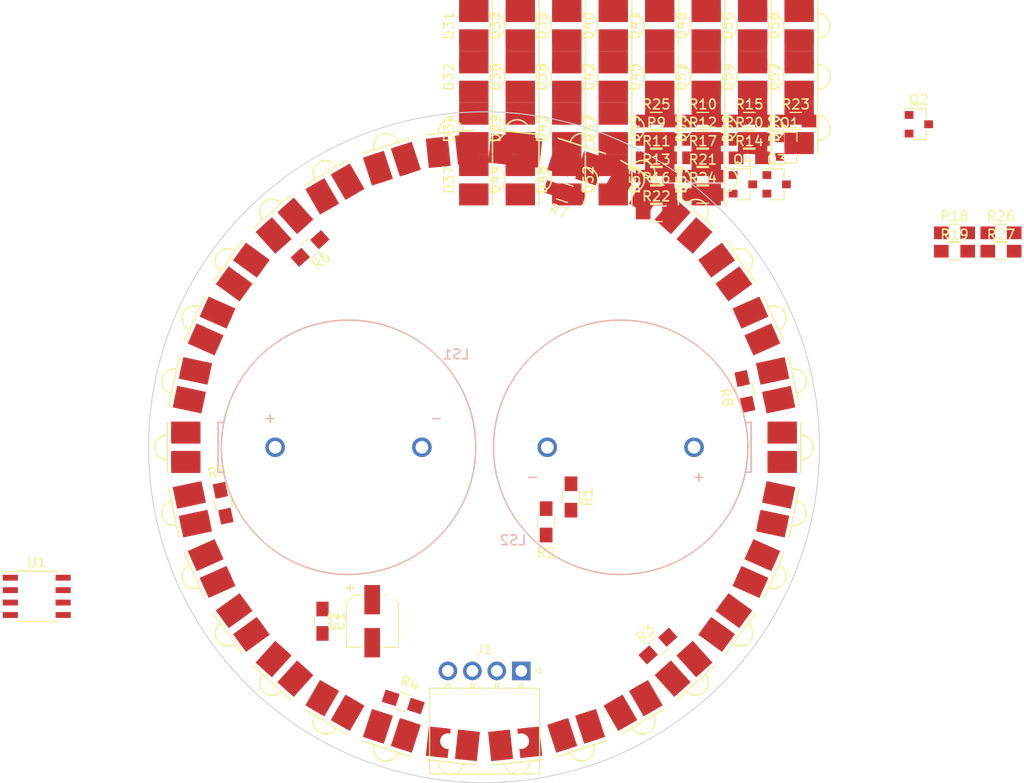
<source format=kicad_pcb>
(kicad_pcb (version 20171130) (host pcbnew "(5.0.1)-4")

  (general
    (thickness 1.6)
    (drawings 1)
    (tracks 0)
    (zones 0)
    (modules 101)
    (nets 77)
  )

  (page USLetter)
  (layers
    (0 F.Cu signal)
    (31 B.Cu signal)
    (32 B.Adhes user)
    (33 F.Adhes user)
    (34 B.Paste user)
    (35 F.Paste user)
    (36 B.SilkS user)
    (37 F.SilkS user)
    (38 B.Mask user)
    (39 F.Mask user)
    (40 Dwgs.User user)
    (41 Cmts.User user)
    (42 Eco1.User user)
    (43 Eco2.User user)
    (44 Edge.Cuts user)
    (45 Margin user)
    (46 B.CrtYd user)
    (47 F.CrtYd user)
    (48 B.Fab user)
    (49 F.Fab user)
  )

  (setup
    (last_trace_width 0.25)
    (user_trace_width 0.254)
    (user_trace_width 0.508)
    (user_trace_width 1.016)
    (user_trace_width 1.27)
    (user_trace_width 2.032)
    (trace_clearance 0.24)
    (zone_clearance 0.508)
    (zone_45_only yes)
    (trace_min 0.2)
    (segment_width 0.2)
    (edge_width 0.1)
    (via_size 0.8)
    (via_drill 0.4)
    (via_min_size 0.4)
    (via_min_drill 0.3)
    (user_via 2.032 1.016)
    (uvia_size 0.3)
    (uvia_drill 0.1)
    (uvias_allowed no)
    (uvia_min_size 0.2)
    (uvia_min_drill 0.1)
    (pcb_text_width 0.3)
    (pcb_text_size 1.5 1.5)
    (mod_edge_width 0.15)
    (mod_text_size 1 1)
    (mod_text_width 0.15)
    (pad_size 4.064 4.064)
    (pad_drill 3.048)
    (pad_to_mask_clearance 0)
    (solder_mask_min_width 0.25)
    (aux_axis_origin 0 0)
    (grid_origin 152.4 101.6)
    (visible_elements 7FFDFFFF)
    (pcbplotparams
      (layerselection 0x010fc_80000001)
      (usegerberextensions false)
      (usegerberattributes false)
      (usegerberadvancedattributes false)
      (creategerberjobfile false)
      (excludeedgelayer true)
      (linewidth 0.100000)
      (plotframeref false)
      (viasonmask true)
      (mode 1)
      (useauxorigin false)
      (hpglpennumber 1)
      (hpglpenspeed 20)
      (hpglpendiameter 15.000000)
      (psnegative false)
      (psa4output false)
      (plotreference true)
      (plotvalue false)
      (plotinvisibletext false)
      (padsonsilk false)
      (subtractmaskfromsilk false)
      (outputformat 1)
      (mirror false)
      (drillshape 0)
      (scaleselection 1)
      (outputdirectory "./TSAL_Circular/"))
  )

  (net 0 "")
  (net 1 "Net-(D1-Pad1)")
  (net 2 "Net-(D2-Pad1)")
  (net 3 "Net-(D3-Pad1)")
  (net 4 "Net-(D4-Pad1)")
  (net 5 "Net-(D5-Pad1)")
  (net 6 "Net-(D6-Pad1)")
  (net 7 "Net-(D7-Pad1)")
  (net 8 "Net-(D8-Pad1)")
  (net 9 "Net-(D10-Pad1)")
  (net 10 "Net-(D11-Pad1)")
  (net 11 "Net-(D12-Pad1)")
  (net 12 "Net-(D13-Pad1)")
  (net 13 "Net-(D14-Pad1)")
  (net 14 "Net-(D15-Pad1)")
  (net 15 "Net-(D16-Pad1)")
  (net 16 "Net-(D17-Pad1)")
  (net 17 "Net-(D18-Pad1)")
  (net 18 "Net-(D19-Pad1)")
  (net 19 "Net-(D20-Pad1)")
  (net 20 "Net-(D21-Pad1)")
  (net 21 "Net-(D22-Pad1)")
  (net 22 "Net-(D23-Pad1)")
  (net 23 "Net-(D24-Pad1)")
  (net 24 "Net-(D25-Pad1)")
  (net 25 "Net-(D26-Pad1)")
  (net 26 "Net-(D27-Pad1)")
  (net 27 "Net-(D28-Pad1)")
  (net 28 "Net-(D29-Pad1)")
  (net 29 "Net-(D30-Pad1)")
  (net 30 GND)
  (net 31 "Net-(C1-Pad2)")
  (net 32 "Net-(C2-Pad1)")
  (net 33 +12V)
  (net 34 "Net-(D9-Pad1)")
  (net 35 SIG_TSAL)
  (net 36 SIG_RTDS)
  (net 37 "Net-(LS1-Pad2)")
  (net 38 "Net-(Q1-Pad1)")
  (net 39 "Net-(Q2-Pad2)")
  (net 40 "Net-(Q2-Pad1)")
  (net 41 "Net-(Q3-Pad2)")
  (net 42 "Net-(Q4-Pad2)")
  (net 43 "Net-(R2-Pad2)")
  (net 44 "Net-(D35-Pad1)")
  (net 45 "Net-(D40-Pad1)")
  (net 46 "Net-(D45-Pad1)")
  (net 47 "Net-(D50-Pad1)")
  (net 48 "Net-(D55-Pad1)")
  (net 49 "Net-(D60-Pad1)")
  (net 50 "Net-(D31-Pad1)")
  (net 51 "Net-(D32-Pad1)")
  (net 52 "Net-(D33-Pad1)")
  (net 53 "Net-(D34-Pad1)")
  (net 54 "Net-(D36-Pad1)")
  (net 55 "Net-(D37-Pad1)")
  (net 56 "Net-(D38-Pad1)")
  (net 57 "Net-(D39-Pad1)")
  (net 58 "Net-(D41-Pad1)")
  (net 59 "Net-(D42-Pad1)")
  (net 60 "Net-(D43-Pad1)")
  (net 61 "Net-(D44-Pad1)")
  (net 62 "Net-(D46-Pad1)")
  (net 63 "Net-(D47-Pad1)")
  (net 64 "Net-(D48-Pad1)")
  (net 65 "Net-(D49-Pad1)")
  (net 66 "Net-(D51-Pad1)")
  (net 67 "Net-(D52-Pad1)")
  (net 68 "Net-(D53-Pad1)")
  (net 69 "Net-(D54-Pad1)")
  (net 70 "Net-(D56-Pad1)")
  (net 71 "Net-(D57-Pad1)")
  (net 72 "Net-(D58-Pad1)")
  (net 73 "Net-(D59-Pad1)")
  (net 74 "Net-(Q3-Pad1)")
  (net 75 "Net-(Q4-Pad1)")
  (net 76 555)

  (net_class Default "This is the default net class."
    (clearance 0.24)
    (trace_width 0.25)
    (via_dia 0.8)
    (via_drill 0.4)
    (uvia_dia 0.3)
    (uvia_drill 0.1)
    (add_net +12V)
    (add_net 555)
    (add_net GND)
    (add_net "Net-(C1-Pad2)")
    (add_net "Net-(C2-Pad1)")
    (add_net "Net-(D1-Pad1)")
    (add_net "Net-(D10-Pad1)")
    (add_net "Net-(D11-Pad1)")
    (add_net "Net-(D12-Pad1)")
    (add_net "Net-(D13-Pad1)")
    (add_net "Net-(D14-Pad1)")
    (add_net "Net-(D15-Pad1)")
    (add_net "Net-(D16-Pad1)")
    (add_net "Net-(D17-Pad1)")
    (add_net "Net-(D18-Pad1)")
    (add_net "Net-(D19-Pad1)")
    (add_net "Net-(D2-Pad1)")
    (add_net "Net-(D20-Pad1)")
    (add_net "Net-(D21-Pad1)")
    (add_net "Net-(D22-Pad1)")
    (add_net "Net-(D23-Pad1)")
    (add_net "Net-(D24-Pad1)")
    (add_net "Net-(D25-Pad1)")
    (add_net "Net-(D26-Pad1)")
    (add_net "Net-(D27-Pad1)")
    (add_net "Net-(D28-Pad1)")
    (add_net "Net-(D29-Pad1)")
    (add_net "Net-(D3-Pad1)")
    (add_net "Net-(D30-Pad1)")
    (add_net "Net-(D31-Pad1)")
    (add_net "Net-(D32-Pad1)")
    (add_net "Net-(D33-Pad1)")
    (add_net "Net-(D34-Pad1)")
    (add_net "Net-(D35-Pad1)")
    (add_net "Net-(D36-Pad1)")
    (add_net "Net-(D37-Pad1)")
    (add_net "Net-(D38-Pad1)")
    (add_net "Net-(D39-Pad1)")
    (add_net "Net-(D4-Pad1)")
    (add_net "Net-(D40-Pad1)")
    (add_net "Net-(D41-Pad1)")
    (add_net "Net-(D42-Pad1)")
    (add_net "Net-(D43-Pad1)")
    (add_net "Net-(D44-Pad1)")
    (add_net "Net-(D45-Pad1)")
    (add_net "Net-(D46-Pad1)")
    (add_net "Net-(D47-Pad1)")
    (add_net "Net-(D48-Pad1)")
    (add_net "Net-(D49-Pad1)")
    (add_net "Net-(D5-Pad1)")
    (add_net "Net-(D50-Pad1)")
    (add_net "Net-(D51-Pad1)")
    (add_net "Net-(D52-Pad1)")
    (add_net "Net-(D53-Pad1)")
    (add_net "Net-(D54-Pad1)")
    (add_net "Net-(D55-Pad1)")
    (add_net "Net-(D56-Pad1)")
    (add_net "Net-(D57-Pad1)")
    (add_net "Net-(D58-Pad1)")
    (add_net "Net-(D59-Pad1)")
    (add_net "Net-(D6-Pad1)")
    (add_net "Net-(D60-Pad1)")
    (add_net "Net-(D7-Pad1)")
    (add_net "Net-(D8-Pad1)")
    (add_net "Net-(D9-Pad1)")
    (add_net "Net-(LS1-Pad2)")
    (add_net "Net-(Q1-Pad1)")
    (add_net "Net-(Q2-Pad1)")
    (add_net "Net-(Q2-Pad2)")
    (add_net "Net-(Q3-Pad1)")
    (add_net "Net-(Q3-Pad2)")
    (add_net "Net-(Q4-Pad1)")
    (add_net "Net-(Q4-Pad2)")
    (add_net "Net-(R2-Pad2)")
    (add_net SIG_RTDS)
    (add_net SIG_TSAL)
  )

  (module FSFootprints:LED_SMD-2 (layer F.Cu) (tedit 5ABC57BA) (tstamp 5C4E9709)
    (at 182.214 95.2629 12)
    (path /5C5A7CEA)
    (fp_text reference D30 (at -2.54 0 282) (layer F.SilkS) hide
      (effects (font (size 1 1) (thickness 0.15)))
    )
    (fp_text value "LT A6SG-V2AB-35-Z" (at 0 3.81 192) (layer F.Fab)
      (effects (font (size 1 1) (thickness 0.15)))
    )
    (fp_arc (start 1.905 0) (end 1.905 -1.27) (angle 180) (layer F.SilkS) (width 0.15))
    (fp_line (start 1.905 -2.54) (end 1.905 2.54) (layer F.SilkS) (width 0.15))
    (pad 2 smd rect (at -0.000002 -1.5 12) (size 3 2.25) (layers F.Cu F.Paste)
      (net 28 "Net-(D29-Pad1)"))
    (pad 1 smd rect (at 0.000002 1.5 12) (size 3 2.25) (layers F.Cu F.Paste)
      (net 29 "Net-(D30-Pad1)"))
    (pad 2 smd rect (at 0 -1.250001 12) (size 3 1.2) (layers F.Cu F.Paste F.Mask)
      (net 28 "Net-(D29-Pad1)"))
    (pad 1 smd rect (at 0 1.250001 12) (size 3 1.2) (layers F.Cu F.Paste F.Mask)
      (net 29 "Net-(D30-Pad1)"))
  )

  (module FSFootprints:LED_SMD-2 (layer F.Cu) (tedit 5ABC57BA) (tstamp 5C4E96EE)
    (at 180.245 89.2027 24)
    (path /5C5A7CE4)
    (fp_text reference D29 (at -2.54 0 294) (layer F.SilkS) hide
      (effects (font (size 1 1) (thickness 0.15)))
    )
    (fp_text value "LT A6SG-V2AB-35-Z" (at 0 3.81 204) (layer F.Fab)
      (effects (font (size 1 1) (thickness 0.15)))
    )
    (fp_arc (start 1.905 0) (end 1.905 -1.27) (angle 180) (layer F.SilkS) (width 0.15))
    (fp_line (start 1.905 -2.54) (end 1.905 2.54) (layer F.SilkS) (width 0.15))
    (pad 2 smd rect (at 0 -1.5 24) (size 3 2.25) (layers F.Cu F.Paste)
      (net 27 "Net-(D28-Pad1)"))
    (pad 1 smd rect (at 0 1.5 24) (size 3 2.25) (layers F.Cu F.Paste)
      (net 28 "Net-(D29-Pad1)"))
    (pad 2 smd rect (at 0 -1.25 24) (size 3 1.2) (layers F.Cu F.Paste F.Mask)
      (net 27 "Net-(D28-Pad1)"))
    (pad 1 smd rect (at 0 1.25 24) (size 3 1.2) (layers F.Cu F.Paste F.Mask)
      (net 28 "Net-(D29-Pad1)"))
  )

  (module FSFootprints:LED_SMD-2 (layer F.Cu) (tedit 5ABC57BA) (tstamp 5C4E996D)
    (at 177.059 83.6843 36)
    (path /5C5A7CDC)
    (fp_text reference D28 (at -2.54 0 306) (layer F.SilkS) hide
      (effects (font (size 1 1) (thickness 0.15)))
    )
    (fp_text value "LT A6SG-V2AB-35-Z" (at 0 3.81 216) (layer F.Fab)
      (effects (font (size 1 1) (thickness 0.15)))
    )
    (fp_arc (start 1.905 0) (end 1.905 -1.27) (angle 180) (layer F.SilkS) (width 0.15))
    (fp_line (start 1.905 -2.54) (end 1.905 2.54) (layer F.SilkS) (width 0.15))
    (pad 2 smd rect (at 0 -1.5 36) (size 3 2.25) (layers F.Cu F.Paste)
      (net 33 +12V))
    (pad 1 smd rect (at 0 1.5 36) (size 3 2.25) (layers F.Cu F.Paste)
      (net 27 "Net-(D28-Pad1)"))
    (pad 2 smd rect (at 0 -1.25 36) (size 3 1.2) (layers F.Cu F.Paste F.Mask)
      (net 33 +12V))
    (pad 1 smd rect (at 0 1.25 36) (size 3 1.2) (layers F.Cu F.Paste F.Mask)
      (net 27 "Net-(D28-Pad1)"))
  )

  (module FSFootprints:LED_SMD-2 (layer F.Cu) (tedit 5ABC57BA) (tstamp 5C4E96B8)
    (at 172.795 78.9489 48)
    (path /5C5A7CD6)
    (fp_text reference D27 (at -2.54 0 318) (layer F.SilkS) hide
      (effects (font (size 1 1) (thickness 0.15)))
    )
    (fp_text value "LT A6SG-V2AB-35-Z" (at 0 3.81 228) (layer F.Fab)
      (effects (font (size 1 1) (thickness 0.15)))
    )
    (fp_arc (start 1.905 0) (end 1.905 -1.27) (angle 180) (layer F.SilkS) (width 0.15))
    (fp_line (start 1.905 -2.54) (end 1.905 2.54) (layer F.SilkS) (width 0.15))
    (pad 2 smd rect (at 0 -1.5 48) (size 3 2.25) (layers F.Cu F.Paste)
      (net 25 "Net-(D26-Pad1)"))
    (pad 1 smd rect (at 0 1.5 48) (size 3 2.25) (layers F.Cu F.Paste)
      (net 26 "Net-(D27-Pad1)"))
    (pad 2 smd rect (at 0 -1.25 48) (size 3 1.2) (layers F.Cu F.Paste F.Mask)
      (net 25 "Net-(D26-Pad1)"))
    (pad 1 smd rect (at 0 1.25 48) (size 3 1.2) (layers F.Cu F.Paste F.Mask)
      (net 26 "Net-(D27-Pad1)"))
  )

  (module FSFootprints:LED_SMD-2 (layer F.Cu) (tedit 5ABC57BA) (tstamp 5C4E96D3)
    (at 167.64 75.2035 60)
    (path /5C5A7CD0)
    (fp_text reference D26 (at -2.54 0 330) (layer F.SilkS) hide
      (effects (font (size 1 1) (thickness 0.15)))
    )
    (fp_text value "LT A6SG-V2AB-35-Z" (at 0 3.81 240) (layer F.Fab)
      (effects (font (size 1 1) (thickness 0.15)))
    )
    (fp_arc (start 1.905 0) (end 1.905 -1.27) (angle 180) (layer F.SilkS) (width 0.15))
    (fp_line (start 1.904999 -2.54) (end 1.905 2.540001) (layer F.SilkS) (width 0.15))
    (pad 2 smd rect (at 0 -1.5 60) (size 3 2.25) (layers F.Cu F.Paste)
      (net 24 "Net-(D25-Pad1)"))
    (pad 1 smd rect (at 0 1.5 60) (size 3 2.25) (layers F.Cu F.Paste)
      (net 25 "Net-(D26-Pad1)"))
    (pad 2 smd rect (at 0 -1.25 60) (size 3 1.2) (layers F.Cu F.Paste F.Mask)
      (net 24 "Net-(D25-Pad1)"))
    (pad 1 smd rect (at 0 1.25 60) (size 3 1.2) (layers F.Cu F.Paste F.Mask)
      (net 25 "Net-(D26-Pad1)"))
  )

  (module FSFootprints:LED_SMD-2 (layer F.Cu) (tedit 5ABC57BA) (tstamp 5C4E9DE7)
    (at 161.819 72.6118 72)
    (path /5C5A7CC8)
    (fp_text reference D25 (at -2.54 0 342) (layer F.SilkS) hide
      (effects (font (size 1 1) (thickness 0.15)))
    )
    (fp_text value "LT A6SG-V2AB-35-Z" (at 0 3.81 252) (layer F.Fab)
      (effects (font (size 1 1) (thickness 0.15)))
    )
    (fp_arc (start 1.905 0) (end 1.905 -1.27) (angle 180) (layer F.SilkS) (width 0.15))
    (fp_line (start 1.905 -2.54) (end 1.905 2.54) (layer F.SilkS) (width 0.15))
    (pad 2 smd rect (at -0.000001 -1.5 72) (size 3 2.25) (layers F.Cu F.Paste)
      (net 33 +12V))
    (pad 1 smd rect (at 0.000001 1.5 72) (size 3 2.25) (layers F.Cu F.Paste)
      (net 24 "Net-(D25-Pad1)"))
    (pad 2 smd rect (at 0 -1.25 72) (size 3 1.2) (layers F.Cu F.Paste F.Mask)
      (net 33 +12V))
    (pad 1 smd rect (at 0 1.25 72) (size 3 1.2) (layers F.Cu F.Paste F.Mask)
      (net 24 "Net-(D25-Pad1)"))
  )

  (module FSFootprints:LED_SMD-2 (layer F.Cu) (tedit 5ABC57BA) (tstamp 5C4E9CBE)
    (at 155.586 71.287 84)
    (path /5C5A207C)
    (fp_text reference D24 (at -2.54 0 354) (layer F.SilkS) hide
      (effects (font (size 1 1) (thickness 0.15)))
    )
    (fp_text value "LT A6SG-V2AB-35-Z" (at 0 3.81 264) (layer F.Fab)
      (effects (font (size 1 1) (thickness 0.15)))
    )
    (fp_arc (start 1.905 0) (end 1.905 -1.27) (angle 180) (layer F.SilkS) (width 0.15))
    (fp_line (start 1.905 -2.54) (end 1.905 2.54) (layer F.SilkS) (width 0.15))
    (pad 2 smd rect (at 0 -1.5 84) (size 3 2.25) (layers F.Cu F.Paste)
      (net 22 "Net-(D23-Pad1)"))
    (pad 1 smd rect (at 0 1.5 84) (size 3 2.25) (layers F.Cu F.Paste)
      (net 23 "Net-(D24-Pad1)"))
    (pad 2 smd rect (at 0 -1.25 84) (size 3 1.2) (layers F.Cu F.Paste F.Mask)
      (net 22 "Net-(D23-Pad1)"))
    (pad 1 smd rect (at 0 1.25 84) (size 3 1.2) (layers F.Cu F.Paste F.Mask)
      (net 23 "Net-(D24-Pad1)"))
  )

  (module FSFootprints:LED_SMD-2 (layer F.Cu) (tedit 5ABC57BA) (tstamp 5C4E9C6D)
    (at 149.214 71.287 96)
    (path /5C5A2076)
    (fp_text reference D23 (at -2.54 0 6) (layer F.SilkS) hide
      (effects (font (size 1 1) (thickness 0.15)))
    )
    (fp_text value "LT A6SG-V2AB-35-Z" (at 0 3.81 276) (layer F.Fab)
      (effects (font (size 1 1) (thickness 0.15)))
    )
    (fp_arc (start 1.905 0) (end 1.905 -1.27) (angle 180) (layer F.SilkS) (width 0.15))
    (fp_line (start 1.905 -2.54) (end 1.905 2.54) (layer F.SilkS) (width 0.15))
    (pad 2 smd rect (at 0 -1.5 96) (size 3 2.25) (layers F.Cu F.Paste)
      (net 21 "Net-(D22-Pad1)"))
    (pad 1 smd rect (at 0 1.5 96) (size 3 2.25) (layers F.Cu F.Paste)
      (net 22 "Net-(D23-Pad1)"))
    (pad 2 smd rect (at 0 -1.25 96) (size 3 1.2) (layers F.Cu F.Paste F.Mask)
      (net 21 "Net-(D22-Pad1)"))
    (pad 1 smd rect (at 0 1.25 96) (size 3 1.2) (layers F.Cu F.Paste F.Mask)
      (net 22 "Net-(D23-Pad1)"))
  )

  (module FSFootprints:LED_SMD-2 (layer F.Cu) (tedit 5ABC57BA) (tstamp 5C4E9C1C)
    (at 142.981 72.6118 108)
    (path /5C5A206E)
    (fp_text reference D22 (at -2.54 0 18) (layer F.SilkS) hide
      (effects (font (size 1 1) (thickness 0.15)))
    )
    (fp_text value "LT A6SG-V2AB-35-Z" (at 0 3.81 288) (layer F.Fab)
      (effects (font (size 1 1) (thickness 0.15)))
    )
    (fp_arc (start 1.905 0) (end 1.905 -1.27) (angle 180) (layer F.SilkS) (width 0.15))
    (fp_line (start 1.905 -2.54) (end 1.905 2.54) (layer F.SilkS) (width 0.15))
    (pad 2 smd rect (at 0.000001 -1.5 108) (size 3 2.25) (layers F.Cu F.Paste)
      (net 33 +12V))
    (pad 1 smd rect (at -0.000001 1.5 108) (size 3 2.25) (layers F.Cu F.Paste)
      (net 21 "Net-(D22-Pad1)"))
    (pad 2 smd rect (at 0 -1.25 108) (size 3 1.2) (layers F.Cu F.Paste F.Mask)
      (net 33 +12V))
    (pad 1 smd rect (at 0 1.25 108) (size 3 1.2) (layers F.Cu F.Paste F.Mask)
      (net 21 "Net-(D22-Pad1)"))
  )

  (module FSFootprints:LED_SMD-2 (layer F.Cu) (tedit 5ABC57BA) (tstamp 5C4E9CD9)
    (at 137.16 75.2035 120)
    (path /5C5A2068)
    (fp_text reference D21 (at -2.54 0 30) (layer F.SilkS) hide
      (effects (font (size 1 1) (thickness 0.15)))
    )
    (fp_text value "LT A6SG-V2AB-35-Z" (at 0 3.81 300) (layer F.Fab)
      (effects (font (size 1 1) (thickness 0.15)))
    )
    (fp_arc (start 1.905 0) (end 1.905 -1.27) (angle 180) (layer F.SilkS) (width 0.15))
    (fp_line (start 1.905 -2.540001) (end 1.904999 2.54) (layer F.SilkS) (width 0.15))
    (pad 2 smd rect (at 0 -1.5 120) (size 3 2.25) (layers F.Cu F.Paste)
      (net 19 "Net-(D20-Pad1)"))
    (pad 1 smd rect (at 0 1.5 120) (size 3 2.25) (layers F.Cu F.Paste)
      (net 20 "Net-(D21-Pad1)"))
    (pad 2 smd rect (at 0 -1.25 120) (size 3 1.2) (layers F.Cu F.Paste F.Mask)
      (net 19 "Net-(D20-Pad1)"))
    (pad 1 smd rect (at 0 1.25 120) (size 3 1.2) (layers F.Cu F.Paste F.Mask)
      (net 20 "Net-(D21-Pad1)"))
  )

  (module FSFootprints:LED_SMD-2 (layer F.Cu) (tedit 5ABC57BA) (tstamp 5C4E9D45)
    (at 132.005 78.9489 132)
    (path /5C5A2062)
    (fp_text reference D20 (at -2.54 0 42) (layer F.SilkS) hide
      (effects (font (size 1 1) (thickness 0.15)))
    )
    (fp_text value "LT A6SG-V2AB-35-Z" (at 0 3.81 312) (layer F.Fab)
      (effects (font (size 1 1) (thickness 0.15)))
    )
    (fp_arc (start 1.905 0) (end 1.905 -1.27) (angle 180) (layer F.SilkS) (width 0.15))
    (fp_line (start 1.905 -2.54) (end 1.905 2.54) (layer F.SilkS) (width 0.15))
    (pad 2 smd rect (at 0 -1.5 132) (size 3 2.25) (layers F.Cu F.Paste)
      (net 18 "Net-(D19-Pad1)"))
    (pad 1 smd rect (at 0 1.5 132) (size 3 2.25) (layers F.Cu F.Paste)
      (net 19 "Net-(D20-Pad1)"))
    (pad 2 smd rect (at 0 -1.25 132) (size 3 1.2) (layers F.Cu F.Paste F.Mask)
      (net 18 "Net-(D19-Pad1)"))
    (pad 1 smd rect (at 0 1.25 132) (size 3 1.2) (layers F.Cu F.Paste F.Mask)
      (net 19 "Net-(D20-Pad1)"))
  )

  (module FSFootprints:LED_SMD-2 (layer F.Cu) (tedit 5ABC57BA) (tstamp 5C4E9D2A)
    (at 127.741 83.6843 144)
    (path /5C5A205A)
    (fp_text reference D19 (at -2.54 0 54) (layer F.SilkS) hide
      (effects (font (size 1 1) (thickness 0.15)))
    )
    (fp_text value "LT A6SG-V2AB-35-Z" (at 0 3.81 324) (layer F.Fab)
      (effects (font (size 1 1) (thickness 0.15)))
    )
    (fp_arc (start 1.905 0) (end 1.905 -1.27) (angle 180) (layer F.SilkS) (width 0.15))
    (fp_line (start 1.905 -2.54) (end 1.905 2.54) (layer F.SilkS) (width 0.15))
    (pad 2 smd rect (at 0 -1.5 144) (size 3 2.25) (layers F.Cu F.Paste)
      (net 33 +12V))
    (pad 1 smd rect (at 0 1.5 144) (size 3 2.25) (layers F.Cu F.Paste)
      (net 18 "Net-(D19-Pad1)"))
    (pad 2 smd rect (at 0 -1.25 144) (size 3 1.2) (layers F.Cu F.Paste F.Mask)
      (net 33 +12V))
    (pad 1 smd rect (at 0 1.25 144) (size 3 1.2) (layers F.Cu F.Paste F.Mask)
      (net 18 "Net-(D19-Pad1)"))
  )

  (module FSFootprints:LED_SMD-2 (layer F.Cu) (tedit 5ABC57BA) (tstamp 5C4E9CA3)
    (at 124.555 89.2027 156)
    (path /5C5A2054)
    (fp_text reference D18 (at -2.54 0 66) (layer F.SilkS) hide
      (effects (font (size 1 1) (thickness 0.15)))
    )
    (fp_text value "LT A6SG-V2AB-35-Z" (at 0 3.81 336) (layer F.Fab)
      (effects (font (size 1 1) (thickness 0.15)))
    )
    (fp_arc (start 1.905 0) (end 1.905001 -1.27) (angle 180) (layer F.SilkS) (width 0.15))
    (fp_line (start 1.905 -2.54) (end 1.905 2.54) (layer F.SilkS) (width 0.15))
    (pad 2 smd rect (at 0 -1.5 156) (size 3 2.25) (layers F.Cu F.Paste)
      (net 16 "Net-(D17-Pad1)"))
    (pad 1 smd rect (at 0 1.5 156) (size 3 2.25) (layers F.Cu F.Paste)
      (net 17 "Net-(D18-Pad1)"))
    (pad 2 smd rect (at 0 -1.25 156) (size 3 1.2) (layers F.Cu F.Paste F.Mask)
      (net 16 "Net-(D17-Pad1)"))
    (pad 1 smd rect (at 0 1.25 156) (size 3 1.2) (layers F.Cu F.Paste F.Mask)
      (net 17 "Net-(D18-Pad1)"))
  )

  (module FSFootprints:LED_SMD-2 (layer F.Cu) (tedit 5ABC57BA) (tstamp 5C4E9C88)
    (at 122.586 95.2629 168)
    (path /5C5A204E)
    (fp_text reference D17 (at -2.54 0 78) (layer F.SilkS) hide
      (effects (font (size 1 1) (thickness 0.15)))
    )
    (fp_text value "LT A6SG-V2AB-35-Z" (at 0 3.81 348) (layer F.Fab)
      (effects (font (size 1 1) (thickness 0.15)))
    )
    (fp_arc (start 1.905 0) (end 1.905 -1.27) (angle 180) (layer F.SilkS) (width 0.15))
    (fp_line (start 1.905 -2.54) (end 1.905 2.54) (layer F.SilkS) (width 0.15))
    (pad 2 smd rect (at 0.000002 -1.5 168) (size 3 2.25) (layers F.Cu F.Paste)
      (net 15 "Net-(D16-Pad1)"))
    (pad 1 smd rect (at -0.000002 1.5 168) (size 3 2.25) (layers F.Cu F.Paste)
      (net 16 "Net-(D17-Pad1)"))
    (pad 2 smd rect (at 0 -1.250001 168) (size 3 1.2) (layers F.Cu F.Paste F.Mask)
      (net 15 "Net-(D16-Pad1)"))
    (pad 1 smd rect (at 0 1.250001 168) (size 3 1.2) (layers F.Cu F.Paste F.Mask)
      (net 16 "Net-(D17-Pad1)"))
  )

  (module FSFootprints:LED_SMD-2 (layer F.Cu) (tedit 5ABC57BA) (tstamp 5C4E9D0F)
    (at 121.92 101.6 180)
    (path /5C5A2046)
    (fp_text reference D16 (at -2.54 0 90) (layer F.SilkS) hide
      (effects (font (size 1 1) (thickness 0.15)))
    )
    (fp_text value "LT A6SG-V2AB-35-Z" (at 0 3.81) (layer F.Fab)
      (effects (font (size 1 1) (thickness 0.15)))
    )
    (fp_arc (start 1.905 0) (end 1.905 -1.27) (angle 180) (layer F.SilkS) (width 0.15))
    (fp_line (start 1.905 -2.54) (end 1.905 2.54) (layer F.SilkS) (width 0.15))
    (pad 2 smd rect (at 0 -1.5 180) (size 3 2.25) (layers F.Cu F.Paste)
      (net 33 +12V))
    (pad 1 smd rect (at 0 1.5 180) (size 3 2.25) (layers F.Cu F.Paste)
      (net 15 "Net-(D16-Pad1)"))
    (pad 2 smd rect (at 0 -1.25 180) (size 3 1.2) (layers F.Cu F.Paste F.Mask)
      (net 33 +12V))
    (pad 1 smd rect (at 0 1.25 180) (size 3 1.2) (layers F.Cu F.Paste F.Mask)
      (net 15 "Net-(D16-Pad1)"))
  )

  (module FSFootprints:LED_SMD-2 (layer F.Cu) (tedit 5ABC57BA) (tstamp 5C4E9DCC)
    (at 122.586 107.937 192)
    (path /5C5A2040)
    (fp_text reference D15 (at -2.54 0 102) (layer F.SilkS) hide
      (effects (font (size 1 1) (thickness 0.15)))
    )
    (fp_text value "LT A6SG-V2AB-35-Z" (at 0 3.81 12) (layer F.Fab)
      (effects (font (size 1 1) (thickness 0.15)))
    )
    (fp_arc (start 1.905 0) (end 1.905 -1.27) (angle 180) (layer F.SilkS) (width 0.15))
    (fp_line (start 1.905 -2.54) (end 1.905 2.54) (layer F.SilkS) (width 0.15))
    (pad 2 smd rect (at -0.000002 -1.5 192) (size 3 2.25) (layers F.Cu F.Paste)
      (net 13 "Net-(D14-Pad1)"))
    (pad 1 smd rect (at 0.000002 1.5 192) (size 3 2.25) (layers F.Cu F.Paste)
      (net 14 "Net-(D15-Pad1)"))
    (pad 2 smd rect (at 0 -1.250001 192) (size 3 1.2) (layers F.Cu F.Paste F.Mask)
      (net 13 "Net-(D14-Pad1)"))
    (pad 1 smd rect (at 0 1.250001 192) (size 3 1.2) (layers F.Cu F.Paste F.Mask)
      (net 14 "Net-(D15-Pad1)"))
  )

  (module FSFootprints:LED_SMD-2 (layer F.Cu) (tedit 5ABC57BA) (tstamp 5C4E9DB1)
    (at 124.555 113.997 204)
    (path /5C5A203A)
    (fp_text reference D14 (at -2.54 0 114) (layer F.SilkS) hide
      (effects (font (size 1 1) (thickness 0.15)))
    )
    (fp_text value "LT A6SG-V2AB-35-Z" (at 0 3.81 24) (layer F.Fab)
      (effects (font (size 1 1) (thickness 0.15)))
    )
    (fp_arc (start 1.905 0) (end 1.905 -1.27) (angle 180) (layer F.SilkS) (width 0.15))
    (fp_line (start 1.905 -2.54) (end 1.905 2.54) (layer F.SilkS) (width 0.15))
    (pad 2 smd rect (at 0 -1.5 204) (size 3 2.25) (layers F.Cu F.Paste)
      (net 12 "Net-(D13-Pad1)"))
    (pad 1 smd rect (at 0 1.5 204) (size 3 2.25) (layers F.Cu F.Paste)
      (net 13 "Net-(D14-Pad1)"))
    (pad 2 smd rect (at 0 -1.25 204) (size 3 1.2) (layers F.Cu F.Paste F.Mask)
      (net 12 "Net-(D13-Pad1)"))
    (pad 1 smd rect (at 0 1.25 204) (size 3 1.2) (layers F.Cu F.Paste F.Mask)
      (net 13 "Net-(D14-Pad1)"))
  )

  (module FSFootprints:LED_SMD-2 (layer F.Cu) (tedit 5ABC57BA) (tstamp 5C4E9D96)
    (at 127.741 119.516 216)
    (path /5C5A2032)
    (fp_text reference D13 (at -2.54 0 126) (layer F.SilkS) hide
      (effects (font (size 1 1) (thickness 0.15)))
    )
    (fp_text value "LT A6SG-V2AB-35-Z" (at 0 3.81 36) (layer F.Fab)
      (effects (font (size 1 1) (thickness 0.15)))
    )
    (fp_arc (start 1.905 0) (end 1.905 -1.27) (angle 180) (layer F.SilkS) (width 0.15))
    (fp_line (start 1.905 -2.54) (end 1.905 2.54) (layer F.SilkS) (width 0.15))
    (pad 2 smd rect (at 0 -1.5 216) (size 3 2.25) (layers F.Cu F.Paste)
      (net 33 +12V))
    (pad 1 smd rect (at 0 1.5 216) (size 3 2.25) (layers F.Cu F.Paste)
      (net 12 "Net-(D13-Pad1)"))
    (pad 2 smd rect (at 0 -1.25 216) (size 3 1.2) (layers F.Cu F.Paste F.Mask)
      (net 33 +12V))
    (pad 1 smd rect (at 0 1.25 216) (size 3 1.2) (layers F.Cu F.Paste F.Mask)
      (net 12 "Net-(D13-Pad1)"))
  )

  (module FSFootprints:LED_SMD-2 (layer F.Cu) (tedit 5ABC57BA) (tstamp 5C4E9D7B)
    (at 132.005 124.251 228)
    (path /5C59D0E8)
    (fp_text reference D12 (at -2.54 0 138) (layer F.SilkS) hide
      (effects (font (size 1 1) (thickness 0.15)))
    )
    (fp_text value "LT A6SG-V2AB-35-Z" (at 0 3.81 48) (layer F.Fab)
      (effects (font (size 1 1) (thickness 0.15)))
    )
    (fp_arc (start 1.905 0) (end 1.905 -1.27) (angle 180) (layer F.SilkS) (width 0.15))
    (fp_line (start 1.905 -2.54) (end 1.905 2.54) (layer F.SilkS) (width 0.15))
    (pad 2 smd rect (at 0 -1.5 228) (size 3 2.25) (layers F.Cu F.Paste)
      (net 10 "Net-(D11-Pad1)"))
    (pad 1 smd rect (at 0 1.5 228) (size 3 2.25) (layers F.Cu F.Paste)
      (net 11 "Net-(D12-Pad1)"))
    (pad 2 smd rect (at 0 -1.25 228) (size 3 1.2) (layers F.Cu F.Paste F.Mask)
      (net 10 "Net-(D11-Pad1)"))
    (pad 1 smd rect (at 0 1.25 228) (size 3 1.2) (layers F.Cu F.Paste F.Mask)
      (net 11 "Net-(D12-Pad1)"))
  )

  (module FSFootprints:LED_SMD-2 (layer F.Cu) (tedit 5ABC57BA) (tstamp 5C4E9CF4)
    (at 137.16 127.996 240)
    (path /5C59D0E2)
    (fp_text reference D11 (at -2.54 0 150) (layer F.SilkS) hide
      (effects (font (size 1 1) (thickness 0.15)))
    )
    (fp_text value "LT A6SG-V2AB-35-Z" (at 0 3.81 60) (layer F.Fab)
      (effects (font (size 1 1) (thickness 0.15)))
    )
    (fp_arc (start 1.905 0) (end 1.905 -1.27) (angle 180) (layer F.SilkS) (width 0.15))
    (fp_line (start 1.904999 -2.54) (end 1.905 2.540001) (layer F.SilkS) (width 0.15))
    (pad 2 smd rect (at 0 -1.5 240) (size 3 2.25) (layers F.Cu F.Paste)
      (net 9 "Net-(D10-Pad1)"))
    (pad 1 smd rect (at 0 1.5 240) (size 3 2.25) (layers F.Cu F.Paste)
      (net 10 "Net-(D11-Pad1)"))
    (pad 2 smd rect (at 0 -1.25 240) (size 3 1.2) (layers F.Cu F.Paste F.Mask)
      (net 9 "Net-(D10-Pad1)"))
    (pad 1 smd rect (at 0 1.25 240) (size 3 1.2) (layers F.Cu F.Paste F.Mask)
      (net 10 "Net-(D11-Pad1)"))
  )

  (module FSFootprints:LED_SMD-2 (layer F.Cu) (tedit 5ABC57BA) (tstamp 5C4E9C37)
    (at 142.981 130.588 252)
    (path /5C59D0DA)
    (fp_text reference D10 (at -2.54 0 162) (layer F.SilkS) hide
      (effects (font (size 1 1) (thickness 0.15)))
    )
    (fp_text value "LT A6SG-V2AB-35-Z" (at 0 3.81 72) (layer F.Fab)
      (effects (font (size 1 1) (thickness 0.15)))
    )
    (fp_arc (start 1.905 0) (end 1.905 -1.27) (angle 180) (layer F.SilkS) (width 0.15))
    (fp_line (start 1.905 -2.54) (end 1.905 2.54) (layer F.SilkS) (width 0.15))
    (pad 2 smd rect (at -0.000001 -1.5 252) (size 3 2.25) (layers F.Cu F.Paste)
      (net 33 +12V))
    (pad 1 smd rect (at 0.000001 1.5 252) (size 3 2.25) (layers F.Cu F.Paste)
      (net 9 "Net-(D10-Pad1)"))
    (pad 2 smd rect (at 0 -1.25 252) (size 3 1.2) (layers F.Cu F.Paste F.Mask)
      (net 33 +12V))
    (pad 1 smd rect (at 0 1.25 252) (size 3 1.2) (layers F.Cu F.Paste F.Mask)
      (net 9 "Net-(D10-Pad1)"))
  )

  (module FSFootprints:LED_SMD-2 (layer F.Cu) (tedit 5ABC57BA) (tstamp 5C4E9C52)
    (at 149.214 131.913 264)
    (path /5C59D0D4)
    (fp_text reference D9 (at -2.54 0 174) (layer F.SilkS) hide
      (effects (font (size 1 1) (thickness 0.15)))
    )
    (fp_text value "LT A6SG-V2AB-35-Z" (at 0 3.81 84) (layer F.Fab)
      (effects (font (size 1 1) (thickness 0.15)))
    )
    (fp_arc (start 1.905 0) (end 1.905 -1.27) (angle 180) (layer F.SilkS) (width 0.15))
    (fp_line (start 1.905 -2.54) (end 1.905 2.54) (layer F.SilkS) (width 0.15))
    (pad 2 smd rect (at 0 -1.5 264) (size 3 2.25) (layers F.Cu F.Paste)
      (net 8 "Net-(D8-Pad1)"))
    (pad 1 smd rect (at 0 1.5 264) (size 3 2.25) (layers F.Cu F.Paste)
      (net 34 "Net-(D9-Pad1)"))
    (pad 2 smd rect (at 0 -1.25 264) (size 3 1.2) (layers F.Cu F.Paste F.Mask)
      (net 8 "Net-(D8-Pad1)"))
    (pad 1 smd rect (at 0 1.25 264) (size 3 1.2) (layers F.Cu F.Paste F.Mask)
      (net 34 "Net-(D9-Pad1)"))
  )

  (module FSFootprints:LED_SMD-2 (layer F.Cu) (tedit 5ABC57BA) (tstamp 5C4E9D60)
    (at 155.586 131.913 276)
    (path /5C59D0CE)
    (fp_text reference D8 (at -2.54 0 186) (layer F.SilkS) hide
      (effects (font (size 1 1) (thickness 0.15)))
    )
    (fp_text value "LT A6SG-V2AB-35-Z" (at 0 3.81 96) (layer F.Fab)
      (effects (font (size 1 1) (thickness 0.15)))
    )
    (fp_arc (start 1.905 0) (end 1.905 -1.27) (angle 180) (layer F.SilkS) (width 0.15))
    (fp_line (start 1.905 -2.54) (end 1.905 2.54) (layer F.SilkS) (width 0.15))
    (pad 2 smd rect (at 0 -1.5 276) (size 3 2.25) (layers F.Cu F.Paste)
      (net 7 "Net-(D7-Pad1)"))
    (pad 1 smd rect (at 0 1.5 276) (size 3 2.25) (layers F.Cu F.Paste)
      (net 8 "Net-(D8-Pad1)"))
    (pad 2 smd rect (at 0 -1.25 276) (size 3 1.2) (layers F.Cu F.Paste F.Mask)
      (net 7 "Net-(D7-Pad1)"))
    (pad 1 smd rect (at 0 1.25 276) (size 3 1.2) (layers F.Cu F.Paste F.Mask)
      (net 8 "Net-(D8-Pad1)"))
  )

  (module FSFootprints:LED_SMD-2 (layer F.Cu) (tedit 5ABC57BA) (tstamp 5C4E91B7)
    (at 161.819 130.588 288)
    (path /5C59D0C6)
    (fp_text reference D7 (at -2.54 0 198) (layer F.SilkS) hide
      (effects (font (size 1 1) (thickness 0.15)))
    )
    (fp_text value "LT A6SG-V2AB-35-Z" (at 0 3.81 108) (layer F.Fab)
      (effects (font (size 1 1) (thickness 0.15)))
    )
    (fp_arc (start 1.905 0) (end 1.905 -1.27) (angle 180) (layer F.SilkS) (width 0.15))
    (fp_line (start 1.905 -2.54) (end 1.905 2.54) (layer F.SilkS) (width 0.15))
    (pad 2 smd rect (at 0.000001 -1.5 288) (size 3 2.25) (layers F.Cu F.Paste)
      (net 33 +12V))
    (pad 1 smd rect (at -0.000001 1.5 288) (size 3 2.25) (layers F.Cu F.Paste)
      (net 7 "Net-(D7-Pad1)"))
    (pad 2 smd rect (at 0 -1.25 288) (size 3 1.2) (layers F.Cu F.Paste F.Mask)
      (net 33 +12V))
    (pad 1 smd rect (at 0 1.25 288) (size 3 1.2) (layers F.Cu F.Paste F.Mask)
      (net 7 "Net-(D7-Pad1)"))
  )

  (module FSFootprints:LED_SMD-2 (layer F.Cu) (tedit 5ABC57BA) (tstamp 5C4E90EE)
    (at 167.64 127.996 300)
    (path /5C59887B)
    (fp_text reference D6 (at -2.54 0 210) (layer F.SilkS) hide
      (effects (font (size 1 1) (thickness 0.15)))
    )
    (fp_text value "LT A6SG-V2AB-35-Z" (at 0 3.81 120) (layer F.Fab)
      (effects (font (size 1 1) (thickness 0.15)))
    )
    (fp_arc (start 1.905 0) (end 1.905 -1.27) (angle 180) (layer F.SilkS) (width 0.15))
    (fp_line (start 1.905 -2.540001) (end 1.904999 2.54) (layer F.SilkS) (width 0.15))
    (pad 2 smd rect (at 0 -1.5 300) (size 3 2.25) (layers F.Cu F.Paste)
      (net 5 "Net-(D5-Pad1)"))
    (pad 1 smd rect (at 0 1.5 300) (size 3 2.25) (layers F.Cu F.Paste)
      (net 6 "Net-(D6-Pad1)"))
    (pad 2 smd rect (at 0 -1.25 300) (size 3 1.2) (layers F.Cu F.Paste F.Mask)
      (net 5 "Net-(D5-Pad1)"))
    (pad 1 smd rect (at 0 1.25 300) (size 3 1.2) (layers F.Cu F.Paste F.Mask)
      (net 6 "Net-(D6-Pad1)"))
  )

  (module FSFootprints:LED_SMD-2 (layer F.Cu) (tedit 5ABC57BA) (tstamp 5C4E9181)
    (at 172.795 124.251 312)
    (path /5C598875)
    (fp_text reference D5 (at -2.54 0 222) (layer F.SilkS) hide
      (effects (font (size 1 1) (thickness 0.15)))
    )
    (fp_text value "LT A6SG-V2AB-35-Z" (at 0 3.81 132) (layer F.Fab)
      (effects (font (size 1 1) (thickness 0.15)))
    )
    (fp_arc (start 1.905 0) (end 1.905 -1.27) (angle 180) (layer F.SilkS) (width 0.15))
    (fp_line (start 1.905 -2.54) (end 1.905 2.54) (layer F.SilkS) (width 0.15))
    (pad 2 smd rect (at 0 -1.5 312) (size 3 2.25) (layers F.Cu F.Paste)
      (net 4 "Net-(D4-Pad1)"))
    (pad 1 smd rect (at 0 1.5 312) (size 3 2.25) (layers F.Cu F.Paste)
      (net 5 "Net-(D5-Pad1)"))
    (pad 2 smd rect (at 0 -1.25 312) (size 3 1.2) (layers F.Cu F.Paste F.Mask)
      (net 4 "Net-(D4-Pad1)"))
    (pad 1 smd rect (at 0 1.25 312) (size 3 1.2) (layers F.Cu F.Paste F.Mask)
      (net 5 "Net-(D5-Pad1)"))
  )

  (module FSFootprints:LED_SMD-2 (layer F.Cu) (tedit 5ABC57BA) (tstamp 5C4E90D3)
    (at 177.059 119.516 324)
    (path /5C59886D)
    (fp_text reference D4 (at -2.54 0 234) (layer F.SilkS) hide
      (effects (font (size 1 1) (thickness 0.15)))
    )
    (fp_text value "LT A6SG-V2AB-35-Z" (at 0 3.81 144) (layer F.Fab)
      (effects (font (size 1 1) (thickness 0.15)))
    )
    (fp_arc (start 1.905 0) (end 1.905 -1.27) (angle 180) (layer F.SilkS) (width 0.15))
    (fp_line (start 1.905 -2.54) (end 1.905 2.54) (layer F.SilkS) (width 0.15))
    (pad 2 smd rect (at 0 -1.5 324) (size 3 2.25) (layers F.Cu F.Paste)
      (net 33 +12V))
    (pad 1 smd rect (at 0 1.5 324) (size 3 2.25) (layers F.Cu F.Paste)
      (net 4 "Net-(D4-Pad1)"))
    (pad 2 smd rect (at 0 -1.25 324) (size 3 1.2) (layers F.Cu F.Paste F.Mask)
      (net 33 +12V))
    (pad 1 smd rect (at 0 1.25 324) (size 3 1.2) (layers F.Cu F.Paste F.Mask)
      (net 4 "Net-(D4-Pad1)"))
  )

  (module FSFootprints:LED_SMD-2 (layer F.Cu) (tedit 5ABC57BA) (tstamp 5C4E921D)
    (at 180.245 113.997 336)
    (path /5C5941A4)
    (fp_text reference D3 (at -2.54 0 246) (layer F.SilkS) hide
      (effects (font (size 1 1) (thickness 0.15)))
    )
    (fp_text value "LT A6SG-V2AB-35-Z" (at 0 3.81 156) (layer F.Fab)
      (effects (font (size 1 1) (thickness 0.15)))
    )
    (fp_arc (start 1.905 0) (end 1.905001 -1.27) (angle 180) (layer F.SilkS) (width 0.15))
    (fp_line (start 1.905 -2.54) (end 1.905 2.54) (layer F.SilkS) (width 0.15))
    (pad 2 smd rect (at 0 -1.5 336) (size 3 2.25) (layers F.Cu F.Paste)
      (net 2 "Net-(D2-Pad1)"))
    (pad 1 smd rect (at 0 1.5 336) (size 3 2.25) (layers F.Cu F.Paste)
      (net 3 "Net-(D3-Pad1)"))
    (pad 2 smd rect (at 0 -1.25 336) (size 3 1.2) (layers F.Cu F.Paste F.Mask)
      (net 2 "Net-(D2-Pad1)"))
    (pad 1 smd rect (at 0 1.25 336) (size 3 1.2) (layers F.Cu F.Paste F.Mask)
      (net 3 "Net-(D3-Pad1)"))
  )

  (module FSFootprints:LED_SMD-2 (layer F.Cu) (tedit 5ABC57BA) (tstamp 5C4E91D2)
    (at 182.214 107.937 348)
    (path /5C5940C4)
    (fp_text reference D2 (at -2.54 0 258) (layer F.SilkS) hide
      (effects (font (size 1 1) (thickness 0.15)))
    )
    (fp_text value "LT A6SG-V2AB-35-Z" (at 0 3.81 168) (layer F.Fab)
      (effects (font (size 1 1) (thickness 0.15)))
    )
    (fp_arc (start 1.905 0) (end 1.905 -1.27) (angle 180) (layer F.SilkS) (width 0.15))
    (fp_line (start 1.905 -2.54) (end 1.905 2.54) (layer F.SilkS) (width 0.15))
    (pad 2 smd rect (at 0.000002 -1.5 348) (size 3 2.25) (layers F.Cu F.Paste)
      (net 1 "Net-(D1-Pad1)"))
    (pad 1 smd rect (at -0.000002 1.5 348) (size 3 2.25) (layers F.Cu F.Paste)
      (net 2 "Net-(D2-Pad1)"))
    (pad 2 smd rect (at 0 -1.250001 348) (size 3 1.2) (layers F.Cu F.Paste F.Mask)
      (net 1 "Net-(D1-Pad1)"))
    (pad 1 smd rect (at 0 1.250001 348) (size 3 1.2) (layers F.Cu F.Paste F.Mask)
      (net 2 "Net-(D2-Pad1)"))
  )

  (module FSFootprints:LED_SMD-2 (layer F.Cu) (tedit 5ABC57BA) (tstamp 5C4E919C)
    (at 182.88 101.6)
    (path /5C524181)
    (fp_text reference D1 (at -2.54 0 270) (layer F.SilkS) hide
      (effects (font (size 1 1) (thickness 0.15)))
    )
    (fp_text value "LT A6SG-V2AB-35-Z" (at 0 3.81 180) (layer F.Fab)
      (effects (font (size 1 1) (thickness 0.15)))
    )
    (fp_arc (start 1.905 0) (end 1.905 -1.27) (angle 180) (layer F.SilkS) (width 0.15))
    (fp_line (start 1.905 -2.54) (end 1.905 2.54) (layer F.SilkS) (width 0.15))
    (pad 2 smd rect (at 0 -1.5) (size 3 2.25) (layers F.Cu F.Paste)
      (net 33 +12V))
    (pad 1 smd rect (at 0 1.5) (size 3 2.25) (layers F.Cu F.Paste)
      (net 1 "Net-(D1-Pad1)"))
    (pad 2 smd rect (at 0 -1.25) (size 3 1.2) (layers F.Cu F.Paste F.Mask)
      (net 33 +12V))
    (pad 1 smd rect (at 0 1.25) (size 3 1.2) (layers F.Cu F.Paste F.Mask)
      (net 1 "Net-(D1-Pad1)"))
  )

  (module FSFootprints:RTDS_H (layer B.Cu) (tedit 5ABC6BA9) (tstamp 5C4E9160)
    (at 138.55 101.6 180)
    (tags RTDS)
    (path /5ABC5A59)
    (fp_text reference LS1 (at -11 9.5 180) (layer B.SilkS)
      (effects (font (size 1 1) (thickness 0.15)) (justify mirror))
    )
    (fp_text value Speaker (at -11 11.5 180) (layer B.Fab)
      (effects (font (size 1 1) (thickness 0.15)) (justify mirror))
    )
    (fp_line (start 12.7 2.54) (end 13.335 2.54) (layer B.SilkS) (width 0.15))
    (fp_line (start 13.335 2.54) (end 13.335 -2.54) (layer B.SilkS) (width 0.15))
    (fp_line (start 13.335 -2.54) (end 12.7 -2.54) (layer B.SilkS) (width 0.15))
    (fp_text user - (at -9 3 180) (layer B.SilkS)
      (effects (font (size 1 1) (thickness 0.15)) (justify mirror))
    )
    (fp_text user + (at 8 3 180) (layer B.SilkS)
      (effects (font (size 1 1) (thickness 0.15)) (justify mirror))
    )
    (fp_text user P.U.L (at 0 -8 180) (layer B.SilkS) hide
      (effects (font (size 4 4) (thickness 0.15)) (justify mirror))
    )
    (fp_circle (center 0 0) (end -13 0) (layer B.SilkS) (width 0.15))
    (pad 2 thru_hole circle (at -7.5 0 180) (size 2 2) (drill 1.3) (layers *.Cu *.Mask)
      (net 37 "Net-(LS1-Pad2)"))
    (pad 1 thru_hole circle (at 7.5 0 180) (size 2 2) (drill 1.3) (layers *.Cu *.Mask)
      (net 33 +12V))
  )

  (module FSFootprints:RTDS_H (layer B.Cu) (tedit 5ABC6BA9) (tstamp 5C4E9E27)
    (at 166.37 101.6)
    (tags RTDS)
    (path /5ABC577A)
    (fp_text reference LS2 (at -11 9.5) (layer B.SilkS)
      (effects (font (size 1 1) (thickness 0.15)) (justify mirror))
    )
    (fp_text value Speaker (at -11 11.5) (layer B.Fab)
      (effects (font (size 1 1) (thickness 0.15)) (justify mirror))
    )
    (fp_line (start 12.7 2.54) (end 13.335 2.54) (layer B.SilkS) (width 0.15))
    (fp_line (start 13.335 2.54) (end 13.335 -2.54) (layer B.SilkS) (width 0.15))
    (fp_line (start 13.335 -2.54) (end 12.7 -2.54) (layer B.SilkS) (width 0.15))
    (fp_text user - (at -9 3) (layer B.SilkS)
      (effects (font (size 1 1) (thickness 0.15)) (justify mirror))
    )
    (fp_text user + (at 8 3) (layer B.SilkS)
      (effects (font (size 1 1) (thickness 0.15)) (justify mirror))
    )
    (fp_text user P.U.L (at 0 -8) (layer B.SilkS) hide
      (effects (font (size 4 4) (thickness 0.15)) (justify mirror))
    )
    (fp_circle (center 0 0) (end -13 0) (layer B.SilkS) (width 0.15))
    (pad 2 thru_hole circle (at -7.5 0) (size 2 2) (drill 1.3) (layers *.Cu *.Mask)
      (net 37 "Net-(LS1-Pad2)"))
    (pad 1 thru_hole circle (at 7.5 0) (size 2 2) (drill 1.3) (layers *.Cu *.Mask)
      (net 33 +12V))
  )

  (module Resistors_SMD:R_0805_HandSoldering (layer F.Cu) (tedit 58E0A804) (tstamp 5C4E91F4)
    (at 161.29 106.68 270)
    (descr "Resistor SMD 0805, hand soldering")
    (tags "resistor 0805")
    (path /5C4742FA)
    (attr smd)
    (fp_text reference R1 (at 0 -1.7 270) (layer F.SilkS)
      (effects (font (size 1 1) (thickness 0.15)))
    )
    (fp_text value 10k (at 0 1.75 270) (layer F.Fab)
      (effects (font (size 1 1) (thickness 0.15)))
    )
    (fp_text user %R (at 0 0 270) (layer F.Fab)
      (effects (font (size 0.5 0.5) (thickness 0.075)))
    )
    (fp_line (start -1 0.62) (end -1 -0.62) (layer F.Fab) (width 0.1))
    (fp_line (start 1 0.62) (end -1 0.62) (layer F.Fab) (width 0.1))
    (fp_line (start 1 -0.62) (end 1 0.62) (layer F.Fab) (width 0.1))
    (fp_line (start -1 -0.62) (end 1 -0.62) (layer F.Fab) (width 0.1))
    (fp_line (start 0.6 0.88) (end -0.6 0.88) (layer F.SilkS) (width 0.12))
    (fp_line (start -0.6 -0.88) (end 0.6 -0.88) (layer F.SilkS) (width 0.12))
    (fp_line (start -2.35 -0.9) (end 2.35 -0.9) (layer F.CrtYd) (width 0.05))
    (fp_line (start -2.35 -0.9) (end -2.35 0.9) (layer F.CrtYd) (width 0.05))
    (fp_line (start 2.35 0.9) (end 2.35 -0.9) (layer F.CrtYd) (width 0.05))
    (fp_line (start 2.35 0.9) (end -2.35 0.9) (layer F.CrtYd) (width 0.05))
    (pad 1 smd rect (at -1.35 0 270) (size 1.5 1.3) (layers F.Cu F.Paste F.Mask)
      (net 33 +12V))
    (pad 2 smd rect (at 1.35 0 270) (size 1.5 1.3) (layers F.Cu F.Paste F.Mask)
      (net 39 "Net-(Q2-Pad2)"))
    (model ${KISYS3DMOD}/Resistors_SMD.3dshapes/R_0805.wrl
      (at (xyz 0 0 0))
      (scale (xyz 1 1 1))
      (rotate (xyz 0 0 0))
    )
  )

  (module Resistors_SMD:R_0805_HandSoldering (layer F.Cu) (tedit 5ADD1DA8) (tstamp 5C4E9110)
    (at 158.75 109.22 270)
    (descr "Resistor SMD 0805, hand soldering")
    (tags "resistor 0805")
    (path /5C45EF65)
    (attr smd)
    (fp_text reference R2 (at 3.175 0) (layer F.SilkS)
      (effects (font (size 1 1) (thickness 0.15)))
    )
    (fp_text value 1k (at 0 1.75 270) (layer F.Fab)
      (effects (font (size 1 1) (thickness 0.15)))
    )
    (fp_text user %R (at 0 0 270) (layer F.Fab)
      (effects (font (size 0.5 0.5) (thickness 0.075)))
    )
    (fp_line (start -1 0.62) (end -1 -0.62) (layer F.Fab) (width 0.1))
    (fp_line (start 1 0.62) (end -1 0.62) (layer F.Fab) (width 0.1))
    (fp_line (start 1 -0.62) (end 1 0.62) (layer F.Fab) (width 0.1))
    (fp_line (start -1 -0.62) (end 1 -0.62) (layer F.Fab) (width 0.1))
    (fp_line (start 0.6 0.88) (end -0.6 0.88) (layer F.SilkS) (width 0.12))
    (fp_line (start -0.6 -0.88) (end 0.6 -0.88) (layer F.SilkS) (width 0.12))
    (fp_line (start -2.35 -0.9) (end 2.35 -0.9) (layer F.CrtYd) (width 0.05))
    (fp_line (start -2.35 -0.9) (end -2.35 0.9) (layer F.CrtYd) (width 0.05))
    (fp_line (start 2.35 0.9) (end 2.35 -0.9) (layer F.CrtYd) (width 0.05))
    (fp_line (start 2.35 0.9) (end -2.35 0.9) (layer F.CrtYd) (width 0.05))
    (pad 1 smd rect (at -1.35 0 270) (size 1.5 1.3) (layers F.Cu F.Paste F.Mask)
      (net 33 +12V))
    (pad 2 smd rect (at 1.35 0 270) (size 1.5 1.3) (layers F.Cu F.Paste F.Mask)
      (net 43 "Net-(R2-Pad2)"))
    (model ${KISYS3DMOD}/Resistors_SMD.3dshapes/R_0805.wrl
      (at (xyz 0 0 0))
      (scale (xyz 1 1 1))
      (rotate (xyz 0 0 0))
    )
  )

  (module Resistors_SMD:R_0805_HandSoldering (layer F.Cu) (tedit 5AE5137A) (tstamp 5C4E90AA)
    (at 170.18 121.92 42)
    (descr "Resistor SMD 0805, hand soldering")
    (tags "resistor 0805")
    (path /5C45EFE5)
    (attr smd)
    (fp_text reference R3 (at -0.093998 -1.79359 42) (layer F.SilkS)
      (effects (font (size 1 1) (thickness 0.15)))
    )
    (fp_text value 5k (at 0.000001 1.75 42) (layer F.Fab)
      (effects (font (size 1 1) (thickness 0.15)))
    )
    (fp_text user %R (at 0 0 42) (layer F.Fab)
      (effects (font (size 0.5 0.5) (thickness 0.075)))
    )
    (fp_line (start -1 0.62) (end -1 -0.62) (layer F.Fab) (width 0.1))
    (fp_line (start 1 0.62) (end -1 0.62) (layer F.Fab) (width 0.1))
    (fp_line (start 1 -0.62) (end 1 0.62) (layer F.Fab) (width 0.1))
    (fp_line (start -1 -0.62) (end 1 -0.62) (layer F.Fab) (width 0.1))
    (fp_line (start 0.6 0.88) (end -0.6 0.88) (layer F.SilkS) (width 0.12))
    (fp_line (start -0.6 -0.88) (end 0.6 -0.88) (layer F.SilkS) (width 0.12))
    (fp_line (start -2.35 -0.9) (end 2.35 -0.9) (layer F.CrtYd) (width 0.05))
    (fp_line (start -2.35 -0.9) (end -2.35 0.9) (layer F.CrtYd) (width 0.05))
    (fp_line (start 2.35 0.9) (end 2.35 -0.9) (layer F.CrtYd) (width 0.05))
    (fp_line (start 2.35 0.9) (end -2.35 0.9) (layer F.CrtYd) (width 0.05))
    (pad 1 smd rect (at -1.35 -0.000001 42) (size 1.5 1.3) (layers F.Cu F.Paste F.Mask)
      (net 43 "Net-(R2-Pad2)"))
    (pad 2 smd rect (at 1.35 0.000001 42) (size 1.5 1.3) (layers F.Cu F.Paste F.Mask)
      (net 32 "Net-(C2-Pad1)"))
    (model ${KISYS3DMOD}/Resistors_SMD.3dshapes/R_0805.wrl
      (at (xyz 0 0 0))
      (scale (xyz 1 1 1))
      (rotate (xyz 0 0 0))
    )
  )

  (module Resistors_SMD:R_0805_HandSoldering (layer F.Cu) (tedit 5AE513A6) (tstamp 5C4E907A)
    (at 144.145 127.635 342)
    (descr "Resistor SMD 0805, hand soldering")
    (tags "resistor 0805")
    (path /5C50521A)
    (attr smd)
    (fp_text reference R4 (at 0.015244 -2.007988 342) (layer F.SilkS)
      (effects (font (size 1 1) (thickness 0.15)))
    )
    (fp_text value 1k (at 0 1.75 342) (layer F.Fab)
      (effects (font (size 1 1) (thickness 0.15)))
    )
    (fp_text user %R (at 0 0 342) (layer F.Fab)
      (effects (font (size 0.5 0.5) (thickness 0.075)))
    )
    (fp_line (start -1 0.62) (end -1 -0.62) (layer F.Fab) (width 0.1))
    (fp_line (start 1 0.62) (end -1 0.62) (layer F.Fab) (width 0.1))
    (fp_line (start 1 -0.62) (end 1 0.62) (layer F.Fab) (width 0.1))
    (fp_line (start -1 -0.62) (end 1 -0.62) (layer F.Fab) (width 0.1))
    (fp_line (start 0.6 0.88) (end -0.6 0.88) (layer F.SilkS) (width 0.12))
    (fp_line (start -0.6 -0.88) (end 0.6 -0.88) (layer F.SilkS) (width 0.12))
    (fp_line (start -2.350001 -0.9) (end 2.35 -0.9) (layer F.CrtYd) (width 0.05))
    (fp_line (start -2.350001 -0.9) (end -2.35 0.9) (layer F.CrtYd) (width 0.05))
    (fp_line (start 2.350001 0.9) (end 2.35 -0.9) (layer F.CrtYd) (width 0.05))
    (fp_line (start 2.350001 0.9) (end -2.35 0.9) (layer F.CrtYd) (width 0.05))
    (pad 1 smd rect (at -1.35 0 342) (size 1.5 1.3) (layers F.Cu F.Paste F.Mask)
      (net 36 SIG_RTDS))
    (pad 2 smd rect (at 1.35 0 342) (size 1.5 1.3) (layers F.Cu F.Paste F.Mask)
      (net 38 "Net-(Q1-Pad1)"))
    (model ${KISYS3DMOD}/Resistors_SMD.3dshapes/R_0805.wrl
      (at (xyz 0 0 0))
      (scale (xyz 1 1 1))
      (rotate (xyz 0 0 0))
    )
  )

  (module Resistors_SMD:R_0805_HandSoldering (layer F.Cu) (tedit 5AE5133D) (tstamp 5C4E904A)
    (at 125.73 107.315 282)
    (descr "Resistor SMD 0805, hand soldering")
    (tags "resistor 0805")
    (path /5C4F9434)
    (attr smd)
    (fp_text reference R5 (at -3.237643 -0.038996 192) (layer F.SilkS)
      (effects (font (size 1 1) (thickness 0.15)))
    )
    (fp_text value 1k (at 0 1.75 282) (layer F.Fab)
      (effects (font (size 1 1) (thickness 0.15)))
    )
    (fp_text user %R (at 0 0 282) (layer F.Fab)
      (effects (font (size 0.5 0.5) (thickness 0.075)))
    )
    (fp_line (start -1 0.62) (end -1 -0.62) (layer F.Fab) (width 0.1))
    (fp_line (start 1 0.62) (end -1 0.62) (layer F.Fab) (width 0.1))
    (fp_line (start 1 -0.62) (end 1 0.62) (layer F.Fab) (width 0.1))
    (fp_line (start -1 -0.62) (end 1 -0.62) (layer F.Fab) (width 0.1))
    (fp_line (start 0.6 0.88) (end -0.6 0.88) (layer F.SilkS) (width 0.12))
    (fp_line (start -0.6 -0.88) (end 0.6 -0.88) (layer F.SilkS) (width 0.12))
    (fp_line (start -2.35 -0.9) (end 2.35 -0.9) (layer F.CrtYd) (width 0.05))
    (fp_line (start -2.35 -0.9) (end -2.35 0.9) (layer F.CrtYd) (width 0.05))
    (fp_line (start 2.35 0.9) (end 2.35 -0.9) (layer F.CrtYd) (width 0.05))
    (fp_line (start 2.35 0.9) (end -2.35 0.9) (layer F.CrtYd) (width 0.05))
    (pad 1 smd rect (at -1.35 0 282) (size 1.5 1.3) (layers F.Cu F.Paste F.Mask)
      (net 35 SIG_TSAL))
    (pad 2 smd rect (at 1.35 0 282) (size 1.5 1.3) (layers F.Cu F.Paste F.Mask)
      (net 40 "Net-(Q2-Pad1)"))
    (model ${KISYS3DMOD}/Resistors_SMD.3dshapes/R_0805.wrl
      (at (xyz 0 0 0))
      (scale (xyz 1 1 1))
      (rotate (xyz 0 0 0))
    )
  )

  (module Resistors_SMD:R_0805_HandSoldering (layer F.Cu) (tedit 58E0A804) (tstamp 5C4E901A)
    (at 134.62 81.28 222)
    (descr "Resistor SMD 0805, hand soldering")
    (tags "resistor 0805")
    (path /5C505220)
    (attr smd)
    (fp_text reference R6 (at 0 -1.7 222) (layer F.SilkS)
      (effects (font (size 1 1) (thickness 0.15)))
    )
    (fp_text value 100k (at 0.000001 1.75 222) (layer F.Fab)
      (effects (font (size 1 1) (thickness 0.15)))
    )
    (fp_text user %R (at 0 0 222) (layer F.Fab)
      (effects (font (size 0.5 0.5) (thickness 0.075)))
    )
    (fp_line (start -1 0.62) (end -1 -0.62) (layer F.Fab) (width 0.1))
    (fp_line (start 1 0.62) (end -1 0.62) (layer F.Fab) (width 0.1))
    (fp_line (start 1 -0.62) (end 1 0.62) (layer F.Fab) (width 0.1))
    (fp_line (start -1 -0.62) (end 1 -0.62) (layer F.Fab) (width 0.1))
    (fp_line (start 0.6 0.88) (end -0.6 0.88) (layer F.SilkS) (width 0.12))
    (fp_line (start -0.6 -0.88) (end 0.6 -0.88) (layer F.SilkS) (width 0.12))
    (fp_line (start -2.35 -0.9) (end 2.35 -0.9) (layer F.CrtYd) (width 0.05))
    (fp_line (start -2.35 -0.9) (end -2.35 0.9) (layer F.CrtYd) (width 0.05))
    (fp_line (start 2.35 0.9) (end 2.35 -0.9) (layer F.CrtYd) (width 0.05))
    (fp_line (start 2.35 0.9) (end -2.35 0.9) (layer F.CrtYd) (width 0.05))
    (pad 1 smd rect (at -1.35 -0.000001 222) (size 1.5 1.3) (layers F.Cu F.Paste F.Mask)
      (net 38 "Net-(Q1-Pad1)"))
    (pad 2 smd rect (at 1.35 0.000001 222) (size 1.5 1.3) (layers F.Cu F.Paste F.Mask)
      (net 30 GND))
    (model ${KISYS3DMOD}/Resistors_SMD.3dshapes/R_0805.wrl
      (at (xyz 0 0 0))
      (scale (xyz 1 1 1))
      (rotate (xyz 0 0 0))
    )
  )

  (module Resistors_SMD:R_0805_HandSoldering (layer F.Cu) (tedit 5AE51367) (tstamp 5C4E8FEA)
    (at 160.655 75.565 162)
    (descr "Resistor SMD 0805, hand soldering")
    (tags "resistor 0805")
    (path /5C4FB08D)
    (attr smd)
    (fp_text reference R7 (at 0.015244 -2.007988 162) (layer F.SilkS)
      (effects (font (size 1 1) (thickness 0.15)))
    )
    (fp_text value 100k (at 0 1.75 162) (layer F.Fab)
      (effects (font (size 1 1) (thickness 0.15)))
    )
    (fp_text user %R (at 0 0 162) (layer F.Fab)
      (effects (font (size 0.5 0.5) (thickness 0.075)))
    )
    (fp_line (start -1 0.62) (end -1 -0.62) (layer F.Fab) (width 0.1))
    (fp_line (start 1 0.62) (end -1 0.62) (layer F.Fab) (width 0.1))
    (fp_line (start 1 -0.62) (end 1 0.62) (layer F.Fab) (width 0.1))
    (fp_line (start -1 -0.62) (end 1 -0.62) (layer F.Fab) (width 0.1))
    (fp_line (start 0.6 0.88) (end -0.6 0.88) (layer F.SilkS) (width 0.12))
    (fp_line (start -0.6 -0.88) (end 0.6 -0.88) (layer F.SilkS) (width 0.12))
    (fp_line (start -2.350001 -0.9) (end 2.35 -0.9) (layer F.CrtYd) (width 0.05))
    (fp_line (start -2.350001 -0.9) (end -2.35 0.9) (layer F.CrtYd) (width 0.05))
    (fp_line (start 2.350001 0.9) (end 2.35 -0.9) (layer F.CrtYd) (width 0.05))
    (fp_line (start 2.350001 0.9) (end -2.35 0.9) (layer F.CrtYd) (width 0.05))
    (pad 1 smd rect (at -1.35 0 162) (size 1.5 1.3) (layers F.Cu F.Paste F.Mask)
      (net 40 "Net-(Q2-Pad1)"))
    (pad 2 smd rect (at 1.35 0 162) (size 1.5 1.3) (layers F.Cu F.Paste F.Mask)
      (net 30 GND))
    (model ${KISYS3DMOD}/Resistors_SMD.3dshapes/R_0805.wrl
      (at (xyz 0 0 0))
      (scale (xyz 1 1 1))
      (rotate (xyz 0 0 0))
    )
  )

  (module Resistors_SMD:R_0805_HandSoldering (layer F.Cu) (tedit 5AE5136F) (tstamp 5C4E8FBA)
    (at 179.07 95.885 102)
    (descr "Resistor SMD 0805, hand soldering")
    (tags "resistor 0805")
    (path /5C524187)
    (attr smd)
    (fp_text reference R8 (at -0.225052 -1.995395 102) (layer F.SilkS)
      (effects (font (size 1 1) (thickness 0.15)))
    )
    (fp_text value 120 (at 0 1.75 102) (layer F.Fab)
      (effects (font (size 1 1) (thickness 0.15)))
    )
    (fp_text user %R (at 0 0 102) (layer F.Fab)
      (effects (font (size 0.5 0.5) (thickness 0.075)))
    )
    (fp_line (start -1 0.62) (end -1 -0.62) (layer F.Fab) (width 0.1))
    (fp_line (start 1 0.62) (end -1 0.62) (layer F.Fab) (width 0.1))
    (fp_line (start 1 -0.62) (end 1 0.62) (layer F.Fab) (width 0.1))
    (fp_line (start -1 -0.62) (end 1 -0.62) (layer F.Fab) (width 0.1))
    (fp_line (start 0.6 0.88) (end -0.6 0.88) (layer F.SilkS) (width 0.12))
    (fp_line (start -0.6 -0.88) (end 0.6 -0.88) (layer F.SilkS) (width 0.12))
    (fp_line (start -2.35 -0.9) (end 2.35 -0.9) (layer F.CrtYd) (width 0.05))
    (fp_line (start -2.35 -0.9) (end -2.35 0.9) (layer F.CrtYd) (width 0.05))
    (fp_line (start 2.35 0.9) (end 2.35 -0.9) (layer F.CrtYd) (width 0.05))
    (fp_line (start 2.35 0.9) (end -2.35 0.9) (layer F.CrtYd) (width 0.05))
    (pad 1 smd rect (at -1.35 0 102) (size 1.5 1.3) (layers F.Cu F.Paste F.Mask)
      (net 3 "Net-(D3-Pad1)"))
    (pad 2 smd rect (at 1.35 0 102) (size 1.5 1.3) (layers F.Cu F.Paste F.Mask)
      (net 41 "Net-(Q3-Pad2)"))
    (model ${KISYS3DMOD}/Resistors_SMD.3dshapes/R_0805.wrl
      (at (xyz 0 0 0))
      (scale (xyz 1 1 1))
      (rotate (xyz 0 0 0))
    )
  )

  (module Mounting_Holes:MountingHole_3.2mm_M3 (layer F.Cu) (tedit 5ADD228A) (tstamp 5C4E8F87)
    (at 143.51 87.63)
    (descr "Mounting Hole 3.2mm, no annular, M3")
    (tags "mounting hole 3.2mm no annular m3")
    (path /5ADD2E14)
    (attr virtual)
    (fp_text reference H1 (at 0 -4.2) (layer F.SilkS) hide
      (effects (font (size 1 1) (thickness 0.15)))
    )
    (fp_text value MtngHole (at 0 4.2) (layer F.Fab)
      (effects (font (size 1 1) (thickness 0.15)))
    )
    (fp_text user %R (at 0.3 0) (layer F.Fab)
      (effects (font (size 1 1) (thickness 0.15)))
    )
    (fp_circle (center 0 0) (end 3.2 0) (layer Cmts.User) (width 0.15))
    (fp_circle (center 0 0) (end 3.45 0) (layer F.CrtYd) (width 0.05))
    (pad 1 np_thru_hole circle (at 0 0) (size 3.2 3.2) (drill 3.2) (layers *.Cu *.Mask))
  )

  (module Mounting_Holes:MountingHole_3.2mm_M3 (layer F.Cu) (tedit 5ADD22B0) (tstamp 5C4E8F72)
    (at 143.51 115.57)
    (descr "Mounting Hole 3.2mm, no annular, M3")
    (tags "mounting hole 3.2mm no annular m3")
    (path /5ADD42C1)
    (attr virtual)
    (fp_text reference H2 (at 0 -4.2) (layer F.SilkS) hide
      (effects (font (size 1 1) (thickness 0.15)))
    )
    (fp_text value MtngHole (at 0 4.2) (layer F.Fab)
      (effects (font (size 1 1) (thickness 0.15)))
    )
    (fp_text user %R (at 0.3 0) (layer F.Fab)
      (effects (font (size 1 1) (thickness 0.15)))
    )
    (fp_circle (center 0 0) (end 3.2 0) (layer Cmts.User) (width 0.15))
    (fp_circle (center 0 0) (end 3.45 0) (layer F.CrtYd) (width 0.05))
    (pad 1 np_thru_hole circle (at 0 0) (size 3.2 3.2) (drill 3.2) (layers *.Cu *.Mask))
  )

  (module Mounting_Holes:MountingHole_3.2mm_M3 (layer F.Cu) (tedit 5ADD22B8) (tstamp 5C4E8F9C)
    (at 161.29 87.63)
    (descr "Mounting Hole 3.2mm, no annular, M3")
    (tags "mounting hole 3.2mm no annular m3")
    (path /5ADD4374)
    (attr virtual)
    (fp_text reference H3 (at 0 -4.2) (layer F.SilkS) hide
      (effects (font (size 1 1) (thickness 0.15)))
    )
    (fp_text value MtngHole (at 0 4.2) (layer F.Fab)
      (effects (font (size 1 1) (thickness 0.15)))
    )
    (fp_text user %R (at 0.3 0) (layer F.Fab)
      (effects (font (size 1 1) (thickness 0.15)))
    )
    (fp_circle (center 0 0) (end 3.2 0) (layer Cmts.User) (width 0.15))
    (fp_circle (center 0 0) (end 3.45 0) (layer F.CrtYd) (width 0.05))
    (pad 1 np_thru_hole circle (at 0 0) (size 3.2 3.2) (drill 3.2) (layers *.Cu *.Mask))
  )

  (module Mounting_Holes:MountingHole_3.2mm_M3 (layer F.Cu) (tedit 5ADD22B5) (tstamp 5C4E8F5D)
    (at 161.29 115.57)
    (descr "Mounting Hole 3.2mm, no annular, M3")
    (tags "mounting hole 3.2mm no annular m3")
    (path /5ADD4426)
    (attr virtual)
    (fp_text reference H4 (at 0 -4.2) (layer F.SilkS) hide
      (effects (font (size 1 1) (thickness 0.15)))
    )
    (fp_text value MtngHole (at 0 4.2) (layer F.Fab)
      (effects (font (size 1 1) (thickness 0.15)))
    )
    (fp_text user %R (at 0.3 0) (layer F.Fab)
      (effects (font (size 1 1) (thickness 0.15)))
    )
    (fp_circle (center 0 0) (end 3.2 0) (layer Cmts.User) (width 0.15))
    (fp_circle (center 0 0) (end 3.45 0) (layer F.CrtYd) (width 0.05))
    (pad 1 np_thru_hole circle (at 0 0) (size 3.2 3.2) (drill 3.2) (layers *.Cu *.Mask))
  )

  (module TO_SOT_Packages_SMD:SOT-23 (layer F.Cu) (tedit 58CE4E7E) (tstamp 5C4E8CC4)
    (at 183.615001 70.965001)
    (descr "SOT-23, Standard")
    (tags SOT-23)
    (path /5C50520E)
    (attr smd)
    (fp_text reference Q1 (at 0 -2.5) (layer F.SilkS)
      (effects (font (size 1 1) (thickness 0.15)))
    )
    (fp_text value TSM320N03CX (at 0 2.5) (layer F.Fab)
      (effects (font (size 1 1) (thickness 0.15)))
    )
    (fp_text user %R (at 0 0 90) (layer F.Fab)
      (effects (font (size 0.5 0.5) (thickness 0.075)))
    )
    (fp_line (start -0.7 -0.95) (end -0.7 1.5) (layer F.Fab) (width 0.1))
    (fp_line (start -0.15 -1.52) (end 0.7 -1.52) (layer F.Fab) (width 0.1))
    (fp_line (start -0.7 -0.95) (end -0.15 -1.52) (layer F.Fab) (width 0.1))
    (fp_line (start 0.7 -1.52) (end 0.7 1.52) (layer F.Fab) (width 0.1))
    (fp_line (start -0.7 1.52) (end 0.7 1.52) (layer F.Fab) (width 0.1))
    (fp_line (start 0.76 1.58) (end 0.76 0.65) (layer F.SilkS) (width 0.12))
    (fp_line (start 0.76 -1.58) (end 0.76 -0.65) (layer F.SilkS) (width 0.12))
    (fp_line (start -1.7 -1.75) (end 1.7 -1.75) (layer F.CrtYd) (width 0.05))
    (fp_line (start 1.7 -1.75) (end 1.7 1.75) (layer F.CrtYd) (width 0.05))
    (fp_line (start 1.7 1.75) (end -1.7 1.75) (layer F.CrtYd) (width 0.05))
    (fp_line (start -1.7 1.75) (end -1.7 -1.75) (layer F.CrtYd) (width 0.05))
    (fp_line (start 0.76 -1.58) (end -1.4 -1.58) (layer F.SilkS) (width 0.12))
    (fp_line (start 0.76 1.58) (end -0.7 1.58) (layer F.SilkS) (width 0.12))
    (pad 1 smd rect (at -1 -0.95) (size 0.9 0.8) (layers F.Cu F.Paste F.Mask)
      (net 38 "Net-(Q1-Pad1)"))
    (pad 2 smd rect (at -1 0.95) (size 0.9 0.8) (layers F.Cu F.Paste F.Mask)
      (net 37 "Net-(LS1-Pad2)"))
    (pad 3 smd rect (at 1 0) (size 0.9 0.8) (layers F.Cu F.Paste F.Mask)
      (net 30 GND))
    (model ${KISYS3DMOD}/TO_SOT_Packages_SMD.3dshapes/SOT-23.wrl
      (at (xyz 0 0 0))
      (scale (xyz 1 1 1))
      (rotate (xyz 0 0 0))
    )
  )

  (module TO_SOT_Packages_SMD:SOT-23 (layer F.Cu) (tedit 58CE4E7E) (tstamp 5C508127)
    (at 196.85 68.58)
    (descr "SOT-23, Standard")
    (tags SOT-23)
    (path /5C47199C)
    (attr smd)
    (fp_text reference Q2 (at 0 -2.5) (layer F.SilkS)
      (effects (font (size 1 1) (thickness 0.15)))
    )
    (fp_text value TSM320N03CX (at 0 2.5) (layer F.Fab)
      (effects (font (size 1 1) (thickness 0.15)))
    )
    (fp_line (start 0.76 1.58) (end -0.7 1.58) (layer F.SilkS) (width 0.12))
    (fp_line (start 0.76 -1.58) (end -1.4 -1.58) (layer F.SilkS) (width 0.12))
    (fp_line (start -1.7 1.75) (end -1.7 -1.75) (layer F.CrtYd) (width 0.05))
    (fp_line (start 1.7 1.75) (end -1.7 1.75) (layer F.CrtYd) (width 0.05))
    (fp_line (start 1.7 -1.75) (end 1.7 1.75) (layer F.CrtYd) (width 0.05))
    (fp_line (start -1.7 -1.75) (end 1.7 -1.75) (layer F.CrtYd) (width 0.05))
    (fp_line (start 0.76 -1.58) (end 0.76 -0.65) (layer F.SilkS) (width 0.12))
    (fp_line (start 0.76 1.58) (end 0.76 0.65) (layer F.SilkS) (width 0.12))
    (fp_line (start -0.7 1.52) (end 0.7 1.52) (layer F.Fab) (width 0.1))
    (fp_line (start 0.7 -1.52) (end 0.7 1.52) (layer F.Fab) (width 0.1))
    (fp_line (start -0.7 -0.95) (end -0.15 -1.52) (layer F.Fab) (width 0.1))
    (fp_line (start -0.15 -1.52) (end 0.7 -1.52) (layer F.Fab) (width 0.1))
    (fp_line (start -0.7 -0.95) (end -0.7 1.5) (layer F.Fab) (width 0.1))
    (fp_text user %R (at 0 0 90) (layer F.Fab)
      (effects (font (size 0.5 0.5) (thickness 0.075)))
    )
    (pad 3 smd rect (at 1 0) (size 0.9 0.8) (layers F.Cu F.Paste F.Mask)
      (net 30 GND))
    (pad 2 smd rect (at -1 0.95) (size 0.9 0.8) (layers F.Cu F.Paste F.Mask)
      (net 39 "Net-(Q2-Pad2)"))
    (pad 1 smd rect (at -1 -0.95) (size 0.9 0.8) (layers F.Cu F.Paste F.Mask)
      (net 40 "Net-(Q2-Pad1)"))
    (model ${KISYS3DMOD}/TO_SOT_Packages_SMD.3dshapes/SOT-23.wrl
      (at (xyz 0 0 0))
      (scale (xyz 1 1 1))
      (rotate (xyz 0 0 0))
    )
  )

  (module TO_SOT_Packages_SMD:SOT-23 (layer F.Cu) (tedit 58CE4E7E) (tstamp 5C4E8B20)
    (at 182.315001 74.725001)
    (descr "SOT-23, Standard")
    (tags SOT-23)
    (path /5C54C76A)
    (attr smd)
    (fp_text reference Q3 (at 0 -2.5) (layer F.SilkS)
      (effects (font (size 1 1) (thickness 0.15)))
    )
    (fp_text value TSM320N03CX (at 0 2.5) (layer F.Fab)
      (effects (font (size 1 1) (thickness 0.15)))
    )
    (fp_text user %R (at 0 0 90) (layer F.Fab)
      (effects (font (size 0.5 0.5) (thickness 0.075)))
    )
    (fp_line (start -0.7 -0.95) (end -0.7 1.5) (layer F.Fab) (width 0.1))
    (fp_line (start -0.15 -1.52) (end 0.7 -1.52) (layer F.Fab) (width 0.1))
    (fp_line (start -0.7 -0.95) (end -0.15 -1.52) (layer F.Fab) (width 0.1))
    (fp_line (start 0.7 -1.52) (end 0.7 1.52) (layer F.Fab) (width 0.1))
    (fp_line (start -0.7 1.52) (end 0.7 1.52) (layer F.Fab) (width 0.1))
    (fp_line (start 0.76 1.58) (end 0.76 0.65) (layer F.SilkS) (width 0.12))
    (fp_line (start 0.76 -1.58) (end 0.76 -0.65) (layer F.SilkS) (width 0.12))
    (fp_line (start -1.7 -1.75) (end 1.7 -1.75) (layer F.CrtYd) (width 0.05))
    (fp_line (start 1.7 -1.75) (end 1.7 1.75) (layer F.CrtYd) (width 0.05))
    (fp_line (start 1.7 1.75) (end -1.7 1.75) (layer F.CrtYd) (width 0.05))
    (fp_line (start -1.7 1.75) (end -1.7 -1.75) (layer F.CrtYd) (width 0.05))
    (fp_line (start 0.76 -1.58) (end -1.4 -1.58) (layer F.SilkS) (width 0.12))
    (fp_line (start 0.76 1.58) (end -0.7 1.58) (layer F.SilkS) (width 0.12))
    (pad 1 smd rect (at -1 -0.95) (size 0.9 0.8) (layers F.Cu F.Paste F.Mask)
      (net 74 "Net-(Q3-Pad1)"))
    (pad 2 smd rect (at -1 0.95) (size 0.9 0.8) (layers F.Cu F.Paste F.Mask)
      (net 41 "Net-(Q3-Pad2)"))
    (pad 3 smd rect (at 1 0) (size 0.9 0.8) (layers F.Cu F.Paste F.Mask)
      (net 30 GND))
    (model ${KISYS3DMOD}/TO_SOT_Packages_SMD.3dshapes/SOT-23.wrl
      (at (xyz 0 0 0))
      (scale (xyz 1 1 1))
      (rotate (xyz 0 0 0))
    )
  )

  (module TO_SOT_Packages_SMD:SOT-23 (layer F.Cu) (tedit 58CE4E7E) (tstamp 5C4E8B5C)
    (at 178.865001 74.725001)
    (descr "SOT-23, Standard")
    (tags SOT-23)
    (path /5C50EB13)
    (attr smd)
    (fp_text reference Q4 (at 0 -2.5) (layer F.SilkS)
      (effects (font (size 1 1) (thickness 0.15)))
    )
    (fp_text value TSM320N03CX (at 0 2.5) (layer F.Fab)
      (effects (font (size 1 1) (thickness 0.15)))
    )
    (fp_line (start 0.76 1.58) (end -0.7 1.58) (layer F.SilkS) (width 0.12))
    (fp_line (start 0.76 -1.58) (end -1.4 -1.58) (layer F.SilkS) (width 0.12))
    (fp_line (start -1.7 1.75) (end -1.7 -1.75) (layer F.CrtYd) (width 0.05))
    (fp_line (start 1.7 1.75) (end -1.7 1.75) (layer F.CrtYd) (width 0.05))
    (fp_line (start 1.7 -1.75) (end 1.7 1.75) (layer F.CrtYd) (width 0.05))
    (fp_line (start -1.7 -1.75) (end 1.7 -1.75) (layer F.CrtYd) (width 0.05))
    (fp_line (start 0.76 -1.58) (end 0.76 -0.65) (layer F.SilkS) (width 0.12))
    (fp_line (start 0.76 1.58) (end 0.76 0.65) (layer F.SilkS) (width 0.12))
    (fp_line (start -0.7 1.52) (end 0.7 1.52) (layer F.Fab) (width 0.1))
    (fp_line (start 0.7 -1.52) (end 0.7 1.52) (layer F.Fab) (width 0.1))
    (fp_line (start -0.7 -0.95) (end -0.15 -1.52) (layer F.Fab) (width 0.1))
    (fp_line (start -0.15 -1.52) (end 0.7 -1.52) (layer F.Fab) (width 0.1))
    (fp_line (start -0.7 -0.95) (end -0.7 1.5) (layer F.Fab) (width 0.1))
    (fp_text user %R (at 0 0 90) (layer F.Fab)
      (effects (font (size 0.5 0.5) (thickness 0.075)))
    )
    (pad 3 smd rect (at 1 0) (size 0.9 0.8) (layers F.Cu F.Paste F.Mask)
      (net 30 GND))
    (pad 2 smd rect (at -1 0.95) (size 0.9 0.8) (layers F.Cu F.Paste F.Mask)
      (net 42 "Net-(Q4-Pad2)"))
    (pad 1 smd rect (at -1 -0.95) (size 0.9 0.8) (layers F.Cu F.Paste F.Mask)
      (net 75 "Net-(Q4-Pad1)"))
    (model ${KISYS3DMOD}/TO_SOT_Packages_SMD.3dshapes/SOT-23.wrl
      (at (xyz 0 0 0))
      (scale (xyz 1 1 1))
      (rotate (xyz 0 0 0))
    )
  )

  (module Resistors_SMD:R_0805_HandSoldering (layer F.Cu) (tedit 58E0A804) (tstamp 5C4E8BC4)
    (at 170.015001 70.130001)
    (descr "Resistor SMD 0805, hand soldering")
    (tags "resistor 0805")
    (path /5C559BD8)
    (attr smd)
    (fp_text reference R9 (at 0 -1.7) (layer F.SilkS)
      (effects (font (size 1 1) (thickness 0.15)))
    )
    (fp_text value 120 (at 0 1.75) (layer F.Fab)
      (effects (font (size 1 1) (thickness 0.15)))
    )
    (fp_text user %R (at 0 0) (layer F.Fab)
      (effects (font (size 0.5 0.5) (thickness 0.075)))
    )
    (fp_line (start -1 0.62) (end -1 -0.62) (layer F.Fab) (width 0.1))
    (fp_line (start 1 0.62) (end -1 0.62) (layer F.Fab) (width 0.1))
    (fp_line (start 1 -0.62) (end 1 0.62) (layer F.Fab) (width 0.1))
    (fp_line (start -1 -0.62) (end 1 -0.62) (layer F.Fab) (width 0.1))
    (fp_line (start 0.6 0.88) (end -0.6 0.88) (layer F.SilkS) (width 0.12))
    (fp_line (start -0.6 -0.88) (end 0.6 -0.88) (layer F.SilkS) (width 0.12))
    (fp_line (start -2.35 -0.9) (end 2.35 -0.9) (layer F.CrtYd) (width 0.05))
    (fp_line (start -2.35 -0.9) (end -2.35 0.9) (layer F.CrtYd) (width 0.05))
    (fp_line (start 2.35 0.9) (end 2.35 -0.9) (layer F.CrtYd) (width 0.05))
    (fp_line (start 2.35 0.9) (end -2.35 0.9) (layer F.CrtYd) (width 0.05))
    (pad 1 smd rect (at -1.35 0) (size 1.5 1.3) (layers F.Cu F.Paste F.Mask)
      (net 6 "Net-(D6-Pad1)"))
    (pad 2 smd rect (at 1.35 0) (size 1.5 1.3) (layers F.Cu F.Paste F.Mask)
      (net 41 "Net-(Q3-Pad2)"))
    (model ${KISYS3DMOD}/Resistors_SMD.3dshapes/R_0805.wrl
      (at (xyz 0 0 0))
      (scale (xyz 1 1 1))
      (rotate (xyz 0 0 0))
    )
  )

  (module Resistors_SMD:R_0805_HandSoldering (layer F.Cu) (tedit 58E0A804) (tstamp 5C4E8C54)
    (at 174.765001 68.250001)
    (descr "Resistor SMD 0805, hand soldering")
    (tags "resistor 0805")
    (path /5C55FF5F)
    (attr smd)
    (fp_text reference R10 (at 0 -1.7) (layer F.SilkS)
      (effects (font (size 1 1) (thickness 0.15)))
    )
    (fp_text value 120 (at 0 1.75) (layer F.Fab)
      (effects (font (size 1 1) (thickness 0.15)))
    )
    (fp_line (start 2.35 0.9) (end -2.35 0.9) (layer F.CrtYd) (width 0.05))
    (fp_line (start 2.35 0.9) (end 2.35 -0.9) (layer F.CrtYd) (width 0.05))
    (fp_line (start -2.35 -0.9) (end -2.35 0.9) (layer F.CrtYd) (width 0.05))
    (fp_line (start -2.35 -0.9) (end 2.35 -0.9) (layer F.CrtYd) (width 0.05))
    (fp_line (start -0.6 -0.88) (end 0.6 -0.88) (layer F.SilkS) (width 0.12))
    (fp_line (start 0.6 0.88) (end -0.6 0.88) (layer F.SilkS) (width 0.12))
    (fp_line (start -1 -0.62) (end 1 -0.62) (layer F.Fab) (width 0.1))
    (fp_line (start 1 -0.62) (end 1 0.62) (layer F.Fab) (width 0.1))
    (fp_line (start 1 0.62) (end -1 0.62) (layer F.Fab) (width 0.1))
    (fp_line (start -1 0.62) (end -1 -0.62) (layer F.Fab) (width 0.1))
    (fp_text user %R (at 0 0) (layer F.Fab)
      (effects (font (size 0.5 0.5) (thickness 0.075)))
    )
    (pad 2 smd rect (at 1.35 0) (size 1.5 1.3) (layers F.Cu F.Paste F.Mask)
      (net 41 "Net-(Q3-Pad2)"))
    (pad 1 smd rect (at -1.35 0) (size 1.5 1.3) (layers F.Cu F.Paste F.Mask)
      (net 34 "Net-(D9-Pad1)"))
    (model ${KISYS3DMOD}/Resistors_SMD.3dshapes/R_0805.wrl
      (at (xyz 0 0 0))
      (scale (xyz 1 1 1))
      (rotate (xyz 0 0 0))
    )
  )

  (module Resistors_SMD:R_0805_HandSoldering (layer F.Cu) (tedit 58E0A804) (tstamp 5C4E8BF4)
    (at 170.015001 72.010001)
    (descr "Resistor SMD 0805, hand soldering")
    (tags "resistor 0805")
    (path /5C55FF65)
    (attr smd)
    (fp_text reference R11 (at 0 -1.7) (layer F.SilkS)
      (effects (font (size 1 1) (thickness 0.15)))
    )
    (fp_text value 120 (at 0 1.75) (layer F.Fab)
      (effects (font (size 1 1) (thickness 0.15)))
    )
    (fp_text user %R (at 0 0) (layer F.Fab)
      (effects (font (size 0.5 0.5) (thickness 0.075)))
    )
    (fp_line (start -1 0.62) (end -1 -0.62) (layer F.Fab) (width 0.1))
    (fp_line (start 1 0.62) (end -1 0.62) (layer F.Fab) (width 0.1))
    (fp_line (start 1 -0.62) (end 1 0.62) (layer F.Fab) (width 0.1))
    (fp_line (start -1 -0.62) (end 1 -0.62) (layer F.Fab) (width 0.1))
    (fp_line (start 0.6 0.88) (end -0.6 0.88) (layer F.SilkS) (width 0.12))
    (fp_line (start -0.6 -0.88) (end 0.6 -0.88) (layer F.SilkS) (width 0.12))
    (fp_line (start -2.35 -0.9) (end 2.35 -0.9) (layer F.CrtYd) (width 0.05))
    (fp_line (start -2.35 -0.9) (end -2.35 0.9) (layer F.CrtYd) (width 0.05))
    (fp_line (start 2.35 0.9) (end 2.35 -0.9) (layer F.CrtYd) (width 0.05))
    (fp_line (start 2.35 0.9) (end -2.35 0.9) (layer F.CrtYd) (width 0.05))
    (pad 1 smd rect (at -1.35 0) (size 1.5 1.3) (layers F.Cu F.Paste F.Mask)
      (net 11 "Net-(D12-Pad1)"))
    (pad 2 smd rect (at 1.35 0) (size 1.5 1.3) (layers F.Cu F.Paste F.Mask)
      (net 41 "Net-(Q3-Pad2)"))
    (model ${KISYS3DMOD}/Resistors_SMD.3dshapes/R_0805.wrl
      (at (xyz 0 0 0))
      (scale (xyz 1 1 1))
      (rotate (xyz 0 0 0))
    )
  )

  (module Resistors_SMD:R_0805_HandSoldering (layer F.Cu) (tedit 58E0A804) (tstamp 5C4E8C24)
    (at 174.765001 70.130001)
    (descr "Resistor SMD 0805, hand soldering")
    (tags "resistor 0805")
    (path /5C566342)
    (attr smd)
    (fp_text reference R12 (at 0 -1.7) (layer F.SilkS)
      (effects (font (size 1 1) (thickness 0.15)))
    )
    (fp_text value 120 (at 0 1.75) (layer F.Fab)
      (effects (font (size 1 1) (thickness 0.15)))
    )
    (fp_line (start 2.35 0.9) (end -2.35 0.9) (layer F.CrtYd) (width 0.05))
    (fp_line (start 2.35 0.9) (end 2.35 -0.9) (layer F.CrtYd) (width 0.05))
    (fp_line (start -2.35 -0.9) (end -2.35 0.9) (layer F.CrtYd) (width 0.05))
    (fp_line (start -2.35 -0.9) (end 2.35 -0.9) (layer F.CrtYd) (width 0.05))
    (fp_line (start -0.6 -0.88) (end 0.6 -0.88) (layer F.SilkS) (width 0.12))
    (fp_line (start 0.6 0.88) (end -0.6 0.88) (layer F.SilkS) (width 0.12))
    (fp_line (start -1 -0.62) (end 1 -0.62) (layer F.Fab) (width 0.1))
    (fp_line (start 1 -0.62) (end 1 0.62) (layer F.Fab) (width 0.1))
    (fp_line (start 1 0.62) (end -1 0.62) (layer F.Fab) (width 0.1))
    (fp_line (start -1 0.62) (end -1 -0.62) (layer F.Fab) (width 0.1))
    (fp_text user %R (at 0 0) (layer F.Fab)
      (effects (font (size 0.5 0.5) (thickness 0.075)))
    )
    (pad 2 smd rect (at 1.35 0) (size 1.5 1.3) (layers F.Cu F.Paste F.Mask)
      (net 41 "Net-(Q3-Pad2)"))
    (pad 1 smd rect (at -1.35 0) (size 1.5 1.3) (layers F.Cu F.Paste F.Mask)
      (net 14 "Net-(D15-Pad1)"))
    (model ${KISYS3DMOD}/Resistors_SMD.3dshapes/R_0805.wrl
      (at (xyz 0 0 0))
      (scale (xyz 1 1 1))
      (rotate (xyz 0 0 0))
    )
  )

  (module Resistors_SMD:R_0805_HandSoldering (layer F.Cu) (tedit 58E0A804) (tstamp 5C4E8B94)
    (at 170.015001 73.890001)
    (descr "Resistor SMD 0805, hand soldering")
    (tags "resistor 0805")
    (path /5C566348)
    (attr smd)
    (fp_text reference R13 (at 0 -1.7) (layer F.SilkS)
      (effects (font (size 1 1) (thickness 0.15)))
    )
    (fp_text value 120 (at 0 1.75) (layer F.Fab)
      (effects (font (size 1 1) (thickness 0.15)))
    )
    (fp_text user %R (at 0 0) (layer F.Fab)
      (effects (font (size 0.5 0.5) (thickness 0.075)))
    )
    (fp_line (start -1 0.62) (end -1 -0.62) (layer F.Fab) (width 0.1))
    (fp_line (start 1 0.62) (end -1 0.62) (layer F.Fab) (width 0.1))
    (fp_line (start 1 -0.62) (end 1 0.62) (layer F.Fab) (width 0.1))
    (fp_line (start -1 -0.62) (end 1 -0.62) (layer F.Fab) (width 0.1))
    (fp_line (start 0.6 0.88) (end -0.6 0.88) (layer F.SilkS) (width 0.12))
    (fp_line (start -0.6 -0.88) (end 0.6 -0.88) (layer F.SilkS) (width 0.12))
    (fp_line (start -2.35 -0.9) (end 2.35 -0.9) (layer F.CrtYd) (width 0.05))
    (fp_line (start -2.35 -0.9) (end -2.35 0.9) (layer F.CrtYd) (width 0.05))
    (fp_line (start 2.35 0.9) (end 2.35 -0.9) (layer F.CrtYd) (width 0.05))
    (fp_line (start 2.35 0.9) (end -2.35 0.9) (layer F.CrtYd) (width 0.05))
    (pad 1 smd rect (at -1.35 0) (size 1.5 1.3) (layers F.Cu F.Paste F.Mask)
      (net 17 "Net-(D18-Pad1)"))
    (pad 2 smd rect (at 1.35 0) (size 1.5 1.3) (layers F.Cu F.Paste F.Mask)
      (net 41 "Net-(Q3-Pad2)"))
    (model ${KISYS3DMOD}/Resistors_SMD.3dshapes/R_0805.wrl
      (at (xyz 0 0 0))
      (scale (xyz 1 1 1))
      (rotate (xyz 0 0 0))
    )
  )

  (module Resistors_SMD:R_0805_HandSoldering (layer F.Cu) (tedit 58E0A804) (tstamp 5C4E8CFC)
    (at 179.515001 72.010001)
    (descr "Resistor SMD 0805, hand soldering")
    (tags "resistor 0805")
    (path /5C56634E)
    (attr smd)
    (fp_text reference R14 (at 0 -1.7) (layer F.SilkS)
      (effects (font (size 1 1) (thickness 0.15)))
    )
    (fp_text value 120 (at 0 1.75) (layer F.Fab)
      (effects (font (size 1 1) (thickness 0.15)))
    )
    (fp_line (start 2.35 0.9) (end -2.35 0.9) (layer F.CrtYd) (width 0.05))
    (fp_line (start 2.35 0.9) (end 2.35 -0.9) (layer F.CrtYd) (width 0.05))
    (fp_line (start -2.35 -0.9) (end -2.35 0.9) (layer F.CrtYd) (width 0.05))
    (fp_line (start -2.35 -0.9) (end 2.35 -0.9) (layer F.CrtYd) (width 0.05))
    (fp_line (start -0.6 -0.88) (end 0.6 -0.88) (layer F.SilkS) (width 0.12))
    (fp_line (start 0.6 0.88) (end -0.6 0.88) (layer F.SilkS) (width 0.12))
    (fp_line (start -1 -0.62) (end 1 -0.62) (layer F.Fab) (width 0.1))
    (fp_line (start 1 -0.62) (end 1 0.62) (layer F.Fab) (width 0.1))
    (fp_line (start 1 0.62) (end -1 0.62) (layer F.Fab) (width 0.1))
    (fp_line (start -1 0.62) (end -1 -0.62) (layer F.Fab) (width 0.1))
    (fp_text user %R (at 0 0) (layer F.Fab)
      (effects (font (size 0.5 0.5) (thickness 0.075)))
    )
    (pad 2 smd rect (at 1.35 0) (size 1.5 1.3) (layers F.Cu F.Paste F.Mask)
      (net 41 "Net-(Q3-Pad2)"))
    (pad 1 smd rect (at -1.35 0) (size 1.5 1.3) (layers F.Cu F.Paste F.Mask)
      (net 20 "Net-(D21-Pad1)"))
    (model ${KISYS3DMOD}/Resistors_SMD.3dshapes/R_0805.wrl
      (at (xyz 0 0 0))
      (scale (xyz 1 1 1))
      (rotate (xyz 0 0 0))
    )
  )

  (module Resistors_SMD:R_0805_HandSoldering (layer F.Cu) (tedit 58E0A804) (tstamp 5C4E93DD)
    (at 179.515001 68.250001)
    (descr "Resistor SMD 0805, hand soldering")
    (tags "resistor 0805")
    (path /5C566354)
    (attr smd)
    (fp_text reference R15 (at 0 -1.7) (layer F.SilkS)
      (effects (font (size 1 1) (thickness 0.15)))
    )
    (fp_text value 120 (at 0 1.75) (layer F.Fab)
      (effects (font (size 1 1) (thickness 0.15)))
    )
    (fp_text user %R (at 0 0) (layer F.Fab)
      (effects (font (size 0.5 0.5) (thickness 0.075)))
    )
    (fp_line (start -1 0.62) (end -1 -0.62) (layer F.Fab) (width 0.1))
    (fp_line (start 1 0.62) (end -1 0.62) (layer F.Fab) (width 0.1))
    (fp_line (start 1 -0.62) (end 1 0.62) (layer F.Fab) (width 0.1))
    (fp_line (start -1 -0.62) (end 1 -0.62) (layer F.Fab) (width 0.1))
    (fp_line (start 0.6 0.88) (end -0.6 0.88) (layer F.SilkS) (width 0.12))
    (fp_line (start -0.6 -0.88) (end 0.6 -0.88) (layer F.SilkS) (width 0.12))
    (fp_line (start -2.35 -0.9) (end 2.35 -0.9) (layer F.CrtYd) (width 0.05))
    (fp_line (start -2.35 -0.9) (end -2.35 0.9) (layer F.CrtYd) (width 0.05))
    (fp_line (start 2.35 0.9) (end 2.35 -0.9) (layer F.CrtYd) (width 0.05))
    (fp_line (start 2.35 0.9) (end -2.35 0.9) (layer F.CrtYd) (width 0.05))
    (pad 1 smd rect (at -1.35 0) (size 1.5 1.3) (layers F.Cu F.Paste F.Mask)
      (net 23 "Net-(D24-Pad1)"))
    (pad 2 smd rect (at 1.35 0) (size 1.5 1.3) (layers F.Cu F.Paste F.Mask)
      (net 41 "Net-(Q3-Pad2)"))
    (model ${KISYS3DMOD}/Resistors_SMD.3dshapes/R_0805.wrl
      (at (xyz 0 0 0))
      (scale (xyz 1 1 1))
      (rotate (xyz 0 0 0))
    )
  )

  (module Resistors_SMD:R_0805_HandSoldering (layer F.Cu) (tedit 58E0A804) (tstamp 5C4E946D)
    (at 170.015001 75.770001)
    (descr "Resistor SMD 0805, hand soldering")
    (tags "resistor 0805")
    (path /5C572EDA)
    (attr smd)
    (fp_text reference R16 (at 0 -1.7) (layer F.SilkS)
      (effects (font (size 1 1) (thickness 0.15)))
    )
    (fp_text value 120 (at 0 1.75) (layer F.Fab)
      (effects (font (size 1 1) (thickness 0.15)))
    )
    (fp_line (start 2.35 0.9) (end -2.35 0.9) (layer F.CrtYd) (width 0.05))
    (fp_line (start 2.35 0.9) (end 2.35 -0.9) (layer F.CrtYd) (width 0.05))
    (fp_line (start -2.35 -0.9) (end -2.35 0.9) (layer F.CrtYd) (width 0.05))
    (fp_line (start -2.35 -0.9) (end 2.35 -0.9) (layer F.CrtYd) (width 0.05))
    (fp_line (start -0.6 -0.88) (end 0.6 -0.88) (layer F.SilkS) (width 0.12))
    (fp_line (start 0.6 0.88) (end -0.6 0.88) (layer F.SilkS) (width 0.12))
    (fp_line (start -1 -0.62) (end 1 -0.62) (layer F.Fab) (width 0.1))
    (fp_line (start 1 -0.62) (end 1 0.62) (layer F.Fab) (width 0.1))
    (fp_line (start 1 0.62) (end -1 0.62) (layer F.Fab) (width 0.1))
    (fp_line (start -1 0.62) (end -1 -0.62) (layer F.Fab) (width 0.1))
    (fp_text user %R (at 0 0) (layer F.Fab)
      (effects (font (size 0.5 0.5) (thickness 0.075)))
    )
    (pad 2 smd rect (at 1.35 0) (size 1.5 1.3) (layers F.Cu F.Paste F.Mask)
      (net 41 "Net-(Q3-Pad2)"))
    (pad 1 smd rect (at -1.35 0) (size 1.5 1.3) (layers F.Cu F.Paste F.Mask)
      (net 26 "Net-(D27-Pad1)"))
    (model ${KISYS3DMOD}/Resistors_SMD.3dshapes/R_0805.wrl
      (at (xyz 0 0 0))
      (scale (xyz 1 1 1))
      (rotate (xyz 0 0 0))
    )
  )

  (module Resistors_SMD:R_0805_HandSoldering (layer F.Cu) (tedit 58E0A804) (tstamp 5C4E935C)
    (at 174.765001 72.010001)
    (descr "Resistor SMD 0805, hand soldering")
    (tags "resistor 0805")
    (path /5C579250)
    (attr smd)
    (fp_text reference R17 (at 0 -1.7) (layer F.SilkS)
      (effects (font (size 1 1) (thickness 0.15)))
    )
    (fp_text value 120 (at 0 1.75) (layer F.Fab)
      (effects (font (size 1 1) (thickness 0.15)))
    )
    (fp_text user %R (at 0 0) (layer F.Fab)
      (effects (font (size 0.5 0.5) (thickness 0.075)))
    )
    (fp_line (start -1 0.62) (end -1 -0.62) (layer F.Fab) (width 0.1))
    (fp_line (start 1 0.62) (end -1 0.62) (layer F.Fab) (width 0.1))
    (fp_line (start 1 -0.62) (end 1 0.62) (layer F.Fab) (width 0.1))
    (fp_line (start -1 -0.62) (end 1 -0.62) (layer F.Fab) (width 0.1))
    (fp_line (start 0.6 0.88) (end -0.6 0.88) (layer F.SilkS) (width 0.12))
    (fp_line (start -0.6 -0.88) (end 0.6 -0.88) (layer F.SilkS) (width 0.12))
    (fp_line (start -2.35 -0.9) (end 2.35 -0.9) (layer F.CrtYd) (width 0.05))
    (fp_line (start -2.35 -0.9) (end -2.35 0.9) (layer F.CrtYd) (width 0.05))
    (fp_line (start 2.35 0.9) (end 2.35 -0.9) (layer F.CrtYd) (width 0.05))
    (fp_line (start 2.35 0.9) (end -2.35 0.9) (layer F.CrtYd) (width 0.05))
    (pad 1 smd rect (at -1.35 0) (size 1.5 1.3) (layers F.Cu F.Paste F.Mask)
      (net 29 "Net-(D30-Pad1)"))
    (pad 2 smd rect (at 1.35 0) (size 1.5 1.3) (layers F.Cu F.Paste F.Mask)
      (net 41 "Net-(Q3-Pad2)"))
    (model ${KISYS3DMOD}/Resistors_SMD.3dshapes/R_0805.wrl
      (at (xyz 0 0 0))
      (scale (xyz 1 1 1))
      (rotate (xyz 0 0 0))
    )
  )

  (module Resistors_SMD:R_0805_HandSoldering (layer F.Cu) (tedit 58E0A804) (tstamp 5C4E94CD)
    (at 179.515001 70.130001)
    (descr "Resistor SMD 0805, hand soldering")
    (tags "resistor 0805")
    (path /570A6A3F)
    (attr smd)
    (fp_text reference R20 (at 0 -1.7) (layer F.SilkS)
      (effects (font (size 1 1) (thickness 0.15)))
    )
    (fp_text value 68 (at 0 1.75) (layer F.Fab)
      (effects (font (size 1 1) (thickness 0.15)))
    )
    (fp_line (start 2.35 0.9) (end -2.35 0.9) (layer F.CrtYd) (width 0.05))
    (fp_line (start 2.35 0.9) (end 2.35 -0.9) (layer F.CrtYd) (width 0.05))
    (fp_line (start -2.35 -0.9) (end -2.35 0.9) (layer F.CrtYd) (width 0.05))
    (fp_line (start -2.35 -0.9) (end 2.35 -0.9) (layer F.CrtYd) (width 0.05))
    (fp_line (start -0.6 -0.88) (end 0.6 -0.88) (layer F.SilkS) (width 0.12))
    (fp_line (start 0.6 0.88) (end -0.6 0.88) (layer F.SilkS) (width 0.12))
    (fp_line (start -1 -0.62) (end 1 -0.62) (layer F.Fab) (width 0.1))
    (fp_line (start 1 -0.62) (end 1 0.62) (layer F.Fab) (width 0.1))
    (fp_line (start 1 0.62) (end -1 0.62) (layer F.Fab) (width 0.1))
    (fp_line (start -1 0.62) (end -1 -0.62) (layer F.Fab) (width 0.1))
    (fp_text user %R (at 0 0) (layer F.Fab)
      (effects (font (size 0.5 0.5) (thickness 0.075)))
    )
    (pad 2 smd rect (at 1.35 0) (size 1.5 1.3) (layers F.Cu F.Paste F.Mask)
      (net 42 "Net-(Q4-Pad2)"))
    (pad 1 smd rect (at -1.35 0) (size 1.5 1.3) (layers F.Cu F.Paste F.Mask)
      (net 44 "Net-(D35-Pad1)"))
    (model ${KISYS3DMOD}/Resistors_SMD.3dshapes/R_0805.wrl
      (at (xyz 0 0 0))
      (scale (xyz 1 1 1))
      (rotate (xyz 0 0 0))
    )
  )

  (module Resistors_SMD:R_0805_HandSoldering (layer F.Cu) (tedit 58E0A804) (tstamp 5C4E92E1)
    (at 174.765001 73.890001)
    (descr "Resistor SMD 0805, hand soldering")
    (tags "resistor 0805")
    (path /5ABCB11C)
    (attr smd)
    (fp_text reference R21 (at 0 -1.7) (layer F.SilkS)
      (effects (font (size 1 1) (thickness 0.15)))
    )
    (fp_text value 68 (at 0 1.75) (layer F.Fab)
      (effects (font (size 1 1) (thickness 0.15)))
    )
    (fp_line (start 2.35 0.9) (end -2.35 0.9) (layer F.CrtYd) (width 0.05))
    (fp_line (start 2.35 0.9) (end 2.35 -0.9) (layer F.CrtYd) (width 0.05))
    (fp_line (start -2.35 -0.9) (end -2.35 0.9) (layer F.CrtYd) (width 0.05))
    (fp_line (start -2.35 -0.9) (end 2.35 -0.9) (layer F.CrtYd) (width 0.05))
    (fp_line (start -0.6 -0.88) (end 0.6 -0.88) (layer F.SilkS) (width 0.12))
    (fp_line (start 0.6 0.88) (end -0.6 0.88) (layer F.SilkS) (width 0.12))
    (fp_line (start -1 -0.62) (end 1 -0.62) (layer F.Fab) (width 0.1))
    (fp_line (start 1 -0.62) (end 1 0.62) (layer F.Fab) (width 0.1))
    (fp_line (start 1 0.62) (end -1 0.62) (layer F.Fab) (width 0.1))
    (fp_line (start -1 0.62) (end -1 -0.62) (layer F.Fab) (width 0.1))
    (fp_text user %R (at 0 0) (layer F.Fab)
      (effects (font (size 0.5 0.5) (thickness 0.075)))
    )
    (pad 2 smd rect (at 1.35 0) (size 1.5 1.3) (layers F.Cu F.Paste F.Mask)
      (net 42 "Net-(Q4-Pad2)"))
    (pad 1 smd rect (at -1.35 0) (size 1.5 1.3) (layers F.Cu F.Paste F.Mask)
      (net 45 "Net-(D40-Pad1)"))
    (model ${KISYS3DMOD}/Resistors_SMD.3dshapes/R_0805.wrl
      (at (xyz 0 0 0))
      (scale (xyz 1 1 1))
      (rotate (xyz 0 0 0))
    )
  )

  (module Resistors_SMD:R_0805_HandSoldering (layer F.Cu) (tedit 58E0A804) (tstamp 5C4E943D)
    (at 170.015001 77.650001)
    (descr "Resistor SMD 0805, hand soldering")
    (tags "resistor 0805")
    (path /5ABCB1BD)
    (attr smd)
    (fp_text reference R22 (at 0 -1.7) (layer F.SilkS)
      (effects (font (size 1 1) (thickness 0.15)))
    )
    (fp_text value 68 (at 0 1.75) (layer F.Fab)
      (effects (font (size 1 1) (thickness 0.15)))
    )
    (fp_text user %R (at 0 0) (layer F.Fab)
      (effects (font (size 0.5 0.5) (thickness 0.075)))
    )
    (fp_line (start -1 0.62) (end -1 -0.62) (layer F.Fab) (width 0.1))
    (fp_line (start 1 0.62) (end -1 0.62) (layer F.Fab) (width 0.1))
    (fp_line (start 1 -0.62) (end 1 0.62) (layer F.Fab) (width 0.1))
    (fp_line (start -1 -0.62) (end 1 -0.62) (layer F.Fab) (width 0.1))
    (fp_line (start 0.6 0.88) (end -0.6 0.88) (layer F.SilkS) (width 0.12))
    (fp_line (start -0.6 -0.88) (end 0.6 -0.88) (layer F.SilkS) (width 0.12))
    (fp_line (start -2.35 -0.9) (end 2.35 -0.9) (layer F.CrtYd) (width 0.05))
    (fp_line (start -2.35 -0.9) (end -2.35 0.9) (layer F.CrtYd) (width 0.05))
    (fp_line (start 2.35 0.9) (end 2.35 -0.9) (layer F.CrtYd) (width 0.05))
    (fp_line (start 2.35 0.9) (end -2.35 0.9) (layer F.CrtYd) (width 0.05))
    (pad 1 smd rect (at -1.35 0) (size 1.5 1.3) (layers F.Cu F.Paste F.Mask)
      (net 46 "Net-(D45-Pad1)"))
    (pad 2 smd rect (at 1.35 0) (size 1.5 1.3) (layers F.Cu F.Paste F.Mask)
      (net 42 "Net-(Q4-Pad2)"))
    (model ${KISYS3DMOD}/Resistors_SMD.3dshapes/R_0805.wrl
      (at (xyz 0 0 0))
      (scale (xyz 1 1 1))
      (rotate (xyz 0 0 0))
    )
  )

  (module Resistors_SMD:R_0805_HandSoldering (layer F.Cu) (tedit 58E0A804) (tstamp 5C4E9311)
    (at 184.265001 68.250001)
    (descr "Resistor SMD 0805, hand soldering")
    (tags "resistor 0805")
    (path /5ABCB263)
    (attr smd)
    (fp_text reference R23 (at 0 -1.7) (layer F.SilkS)
      (effects (font (size 1 1) (thickness 0.15)))
    )
    (fp_text value 68 (at 0 1.75) (layer F.Fab)
      (effects (font (size 1 1) (thickness 0.15)))
    )
    (fp_line (start 2.35 0.9) (end -2.35 0.9) (layer F.CrtYd) (width 0.05))
    (fp_line (start 2.35 0.9) (end 2.35 -0.9) (layer F.CrtYd) (width 0.05))
    (fp_line (start -2.35 -0.9) (end -2.35 0.9) (layer F.CrtYd) (width 0.05))
    (fp_line (start -2.35 -0.9) (end 2.35 -0.9) (layer F.CrtYd) (width 0.05))
    (fp_line (start -0.6 -0.88) (end 0.6 -0.88) (layer F.SilkS) (width 0.12))
    (fp_line (start 0.6 0.88) (end -0.6 0.88) (layer F.SilkS) (width 0.12))
    (fp_line (start -1 -0.62) (end 1 -0.62) (layer F.Fab) (width 0.1))
    (fp_line (start 1 -0.62) (end 1 0.62) (layer F.Fab) (width 0.1))
    (fp_line (start 1 0.62) (end -1 0.62) (layer F.Fab) (width 0.1))
    (fp_line (start -1 0.62) (end -1 -0.62) (layer F.Fab) (width 0.1))
    (fp_text user %R (at 0 0) (layer F.Fab)
      (effects (font (size 0.5 0.5) (thickness 0.075)))
    )
    (pad 2 smd rect (at 1.35 0) (size 1.5 1.3) (layers F.Cu F.Paste F.Mask)
      (net 42 "Net-(Q4-Pad2)"))
    (pad 1 smd rect (at -1.35 0) (size 1.5 1.3) (layers F.Cu F.Paste F.Mask)
      (net 47 "Net-(D50-Pad1)"))
    (model ${KISYS3DMOD}/Resistors_SMD.3dshapes/R_0805.wrl
      (at (xyz 0 0 0))
      (scale (xyz 1 1 1))
      (rotate (xyz 0 0 0))
    )
  )

  (module Resistors_SMD:R_0805_HandSoldering (layer F.Cu) (tedit 58E0A804) (tstamp 5C4E949D)
    (at 174.765001 75.770001)
    (descr "Resistor SMD 0805, hand soldering")
    (tags "resistor 0805")
    (path /5ABCB30A)
    (attr smd)
    (fp_text reference R24 (at 0 -1.7) (layer F.SilkS)
      (effects (font (size 1 1) (thickness 0.15)))
    )
    (fp_text value 68 (at 0 1.75) (layer F.Fab)
      (effects (font (size 1 1) (thickness 0.15)))
    )
    (fp_text user %R (at 0 0) (layer F.Fab)
      (effects (font (size 0.5 0.5) (thickness 0.075)))
    )
    (fp_line (start -1 0.62) (end -1 -0.62) (layer F.Fab) (width 0.1))
    (fp_line (start 1 0.62) (end -1 0.62) (layer F.Fab) (width 0.1))
    (fp_line (start 1 -0.62) (end 1 0.62) (layer F.Fab) (width 0.1))
    (fp_line (start -1 -0.62) (end 1 -0.62) (layer F.Fab) (width 0.1))
    (fp_line (start 0.6 0.88) (end -0.6 0.88) (layer F.SilkS) (width 0.12))
    (fp_line (start -0.6 -0.88) (end 0.6 -0.88) (layer F.SilkS) (width 0.12))
    (fp_line (start -2.35 -0.9) (end 2.35 -0.9) (layer F.CrtYd) (width 0.05))
    (fp_line (start -2.35 -0.9) (end -2.35 0.9) (layer F.CrtYd) (width 0.05))
    (fp_line (start 2.35 0.9) (end 2.35 -0.9) (layer F.CrtYd) (width 0.05))
    (fp_line (start 2.35 0.9) (end -2.35 0.9) (layer F.CrtYd) (width 0.05))
    (pad 1 smd rect (at -1.35 0) (size 1.5 1.3) (layers F.Cu F.Paste F.Mask)
      (net 48 "Net-(D55-Pad1)"))
    (pad 2 smd rect (at 1.35 0) (size 1.5 1.3) (layers F.Cu F.Paste F.Mask)
      (net 42 "Net-(Q4-Pad2)"))
    (model ${KISYS3DMOD}/Resistors_SMD.3dshapes/R_0805.wrl
      (at (xyz 0 0 0))
      (scale (xyz 1 1 1))
      (rotate (xyz 0 0 0))
    )
  )

  (module Resistors_SMD:R_0805_HandSoldering (layer F.Cu) (tedit 58E0A804) (tstamp 5C4E940D)
    (at 170.015001 68.250001)
    (descr "Resistor SMD 0805, hand soldering")
    (tags "resistor 0805")
    (path /5ABCB3B8)
    (attr smd)
    (fp_text reference R25 (at 0 -1.7) (layer F.SilkS)
      (effects (font (size 1 1) (thickness 0.15)))
    )
    (fp_text value 68 (at 0 1.75) (layer F.Fab)
      (effects (font (size 1 1) (thickness 0.15)))
    )
    (fp_line (start 2.35 0.9) (end -2.35 0.9) (layer F.CrtYd) (width 0.05))
    (fp_line (start 2.35 0.9) (end 2.35 -0.9) (layer F.CrtYd) (width 0.05))
    (fp_line (start -2.35 -0.9) (end -2.35 0.9) (layer F.CrtYd) (width 0.05))
    (fp_line (start -2.35 -0.9) (end 2.35 -0.9) (layer F.CrtYd) (width 0.05))
    (fp_line (start -0.6 -0.88) (end 0.6 -0.88) (layer F.SilkS) (width 0.12))
    (fp_line (start 0.6 0.88) (end -0.6 0.88) (layer F.SilkS) (width 0.12))
    (fp_line (start -1 -0.62) (end 1 -0.62) (layer F.Fab) (width 0.1))
    (fp_line (start 1 -0.62) (end 1 0.62) (layer F.Fab) (width 0.1))
    (fp_line (start 1 0.62) (end -1 0.62) (layer F.Fab) (width 0.1))
    (fp_line (start -1 0.62) (end -1 -0.62) (layer F.Fab) (width 0.1))
    (fp_text user %R (at 0 0) (layer F.Fab)
      (effects (font (size 0.5 0.5) (thickness 0.075)))
    )
    (pad 2 smd rect (at 1.35 0) (size 1.5 1.3) (layers F.Cu F.Paste F.Mask)
      (net 42 "Net-(Q4-Pad2)"))
    (pad 1 smd rect (at -1.35 0) (size 1.5 1.3) (layers F.Cu F.Paste F.Mask)
      (net 49 "Net-(D60-Pad1)"))
    (model ${KISYS3DMOD}/Resistors_SMD.3dshapes/R_0805.wrl
      (at (xyz 0 0 0))
      (scale (xyz 1 1 1))
      (rotate (xyz 0 0 0))
    )
  )

  (module FSFootprints:LED_SMD-2 (layer F.Cu) (tedit 5ABC595F) (tstamp 5C4E8EF3)
    (at 151.36 58.505)
    (path /570A5E4D)
    (fp_text reference D31 (at -2.54 0 90) (layer F.SilkS)
      (effects (font (size 1 1) (thickness 0.15)))
    )
    (fp_text value "LR A67F-U2AB-1-1-30-R33-Z" (at 0 3.81 180) (layer F.Fab)
      (effects (font (size 1 1) (thickness 0.15)))
    )
    (fp_arc (start 1.905 0) (end 1.905 -1.27) (angle 180) (layer F.SilkS) (width 0.15))
    (fp_line (start 1.905 -2.54) (end 1.905 2.54) (layer F.SilkS) (width 0.15))
    (pad 2 smd rect (at 0 -1.5) (size 3 2.25) (layers F.Cu F.Paste)
      (net 33 +12V))
    (pad 1 smd rect (at 0 1.5) (size 3 2.25) (layers F.Cu F.Paste)
      (net 50 "Net-(D31-Pad1)"))
    (pad 2 smd rect (at 0 -1.25) (size 3 1.2) (layers F.Cu F.Paste F.Mask)
      (net 33 +12V))
    (pad 1 smd rect (at 0 1.25) (size 3 1.2) (layers F.Cu F.Paste F.Mask)
      (net 50 "Net-(D31-Pad1)"))
  )

  (module FSFootprints:LED_SMD-2 (layer F.Cu) (tedit 5ABC595F) (tstamp 5C4E8E18)
    (at 151.36 63.755)
    (path /5C51E57B)
    (fp_text reference D32 (at -2.54 0 90) (layer F.SilkS)
      (effects (font (size 1 1) (thickness 0.15)))
    )
    (fp_text value "LR A67F-U2AB-1-1-30-R33-Z" (at 0 3.81 180) (layer F.Fab)
      (effects (font (size 1 1) (thickness 0.15)))
    )
    (fp_arc (start 1.905 0) (end 1.905 -1.27) (angle 180) (layer F.SilkS) (width 0.15))
    (fp_line (start 1.905 -2.54) (end 1.905 2.54) (layer F.SilkS) (width 0.15))
    (pad 2 smd rect (at 0 -1.5) (size 3 2.25) (layers F.Cu F.Paste)
      (net 50 "Net-(D31-Pad1)"))
    (pad 1 smd rect (at 0 1.5) (size 3 2.25) (layers F.Cu F.Paste)
      (net 51 "Net-(D32-Pad1)"))
    (pad 2 smd rect (at 0 -1.25) (size 3 1.2) (layers F.Cu F.Paste F.Mask)
      (net 50 "Net-(D31-Pad1)"))
    (pad 1 smd rect (at 0 1.25) (size 3 1.2) (layers F.Cu F.Paste F.Mask)
      (net 51 "Net-(D32-Pad1)"))
  )

  (module FSFootprints:LED_SMD-2 (layer F.Cu) (tedit 5ABC595F) (tstamp 5C4E8E33)
    (at 156.11 58.505)
    (path /5C51E601)
    (fp_text reference D33 (at -2.54 0 90) (layer F.SilkS)
      (effects (font (size 1 1) (thickness 0.15)))
    )
    (fp_text value "LR A67F-U2AB-1-1-30-R33-Z" (at 0 3.81 180) (layer F.Fab)
      (effects (font (size 1 1) (thickness 0.15)))
    )
    (fp_line (start 1.905 -2.54) (end 1.905 2.54) (layer F.SilkS) (width 0.15))
    (fp_arc (start 1.905 0) (end 1.905 -1.27) (angle 180) (layer F.SilkS) (width 0.15))
    (pad 1 smd rect (at 0 1.25) (size 3 1.2) (layers F.Cu F.Paste F.Mask)
      (net 52 "Net-(D33-Pad1)"))
    (pad 2 smd rect (at 0 -1.25) (size 3 1.2) (layers F.Cu F.Paste F.Mask)
      (net 51 "Net-(D32-Pad1)"))
    (pad 1 smd rect (at 0 1.5) (size 3 2.25) (layers F.Cu F.Paste)
      (net 52 "Net-(D33-Pad1)"))
    (pad 2 smd rect (at 0 -1.5) (size 3 2.25) (layers F.Cu F.Paste)
      (net 51 "Net-(D32-Pad1)"))
  )

  (module FSFootprints:LED_SMD-2 (layer F.Cu) (tedit 5ABC595F) (tstamp 5C4E8ED8)
    (at 151.36 69.005)
    (path /5C51E689)
    (fp_text reference D34 (at -2.54 0 90) (layer F.SilkS)
      (effects (font (size 1 1) (thickness 0.15)))
    )
    (fp_text value "LR A67F-U2AB-1-1-30-R33-Z" (at 0 3.81 180) (layer F.Fab)
      (effects (font (size 1 1) (thickness 0.15)))
    )
    (fp_arc (start 1.905 0) (end 1.905 -1.27) (angle 180) (layer F.SilkS) (width 0.15))
    (fp_line (start 1.905 -2.54) (end 1.905 2.54) (layer F.SilkS) (width 0.15))
    (pad 2 smd rect (at 0 -1.5) (size 3 2.25) (layers F.Cu F.Paste)
      (net 52 "Net-(D33-Pad1)"))
    (pad 1 smd rect (at 0 1.5) (size 3 2.25) (layers F.Cu F.Paste)
      (net 53 "Net-(D34-Pad1)"))
    (pad 2 smd rect (at 0 -1.25) (size 3 1.2) (layers F.Cu F.Paste F.Mask)
      (net 52 "Net-(D33-Pad1)"))
    (pad 1 smd rect (at 0 1.25) (size 3 1.2) (layers F.Cu F.Paste F.Mask)
      (net 53 "Net-(D34-Pad1)"))
  )

  (module FSFootprints:LED_SMD-2 (layer F.Cu) (tedit 5ABC595F) (tstamp 5C4E8DAC)
    (at 160.86 58.505)
    (path /5C51E717)
    (fp_text reference D35 (at -2.54 0 90) (layer F.SilkS)
      (effects (font (size 1 1) (thickness 0.15)))
    )
    (fp_text value "LR A67F-U2AB-1-1-30-R33-Z" (at 0 3.81 180) (layer F.Fab)
      (effects (font (size 1 1) (thickness 0.15)))
    )
    (fp_line (start 1.905 -2.54) (end 1.905 2.54) (layer F.SilkS) (width 0.15))
    (fp_arc (start 1.905 0) (end 1.905 -1.27) (angle 180) (layer F.SilkS) (width 0.15))
    (pad 1 smd rect (at 0 1.25) (size 3 1.2) (layers F.Cu F.Paste F.Mask)
      (net 44 "Net-(D35-Pad1)"))
    (pad 2 smd rect (at 0 -1.25) (size 3 1.2) (layers F.Cu F.Paste F.Mask)
      (net 53 "Net-(D34-Pad1)"))
    (pad 1 smd rect (at 0 1.5) (size 3 2.25) (layers F.Cu F.Paste)
      (net 44 "Net-(D35-Pad1)"))
    (pad 2 smd rect (at 0 -1.5) (size 3 2.25) (layers F.Cu F.Paste)
      (net 53 "Net-(D34-Pad1)"))
  )

  (module FSFootprints:LED_SMD-2 (layer F.Cu) (tedit 5ABC595F) (tstamp 5C4E8DE2)
    (at 156.11 63.755)
    (path /5C51F485)
    (fp_text reference D36 (at -2.54 0 90) (layer F.SilkS)
      (effects (font (size 1 1) (thickness 0.15)))
    )
    (fp_text value "LR A67F-U2AB-1-1-30-R33-Z" (at 0 3.81 180) (layer F.Fab)
      (effects (font (size 1 1) (thickness 0.15)))
    )
    (fp_arc (start 1.905 0) (end 1.905 -1.27) (angle 180) (layer F.SilkS) (width 0.15))
    (fp_line (start 1.905 -2.54) (end 1.905 2.54) (layer F.SilkS) (width 0.15))
    (pad 2 smd rect (at 0 -1.5) (size 3 2.25) (layers F.Cu F.Paste)
      (net 33 +12V))
    (pad 1 smd rect (at 0 1.5) (size 3 2.25) (layers F.Cu F.Paste)
      (net 54 "Net-(D36-Pad1)"))
    (pad 2 smd rect (at 0 -1.25) (size 3 1.2) (layers F.Cu F.Paste F.Mask)
      (net 33 +12V))
    (pad 1 smd rect (at 0 1.25) (size 3 1.2) (layers F.Cu F.Paste F.Mask)
      (net 54 "Net-(D36-Pad1)"))
  )

  (module FSFootprints:LED_SMD-2 (layer F.Cu) (tedit 5ABC595F) (tstamp 5C4E8D91)
    (at 151.36 74.255)
    (path /5C51F48F)
    (fp_text reference D37 (at -2.54 0 90) (layer F.SilkS)
      (effects (font (size 1 1) (thickness 0.15)))
    )
    (fp_text value "LR A67F-U2AB-1-1-30-R33-Z" (at 0 3.81 180) (layer F.Fab)
      (effects (font (size 1 1) (thickness 0.15)))
    )
    (fp_line (start 1.905 -2.54) (end 1.905 2.54) (layer F.SilkS) (width 0.15))
    (fp_arc (start 1.905 0) (end 1.905 -1.27) (angle 180) (layer F.SilkS) (width 0.15))
    (pad 1 smd rect (at 0 1.25) (size 3 1.2) (layers F.Cu F.Paste F.Mask)
      (net 55 "Net-(D37-Pad1)"))
    (pad 2 smd rect (at 0 -1.25) (size 3 1.2) (layers F.Cu F.Paste F.Mask)
      (net 54 "Net-(D36-Pad1)"))
    (pad 1 smd rect (at 0 1.5) (size 3 2.25) (layers F.Cu F.Paste)
      (net 55 "Net-(D37-Pad1)"))
    (pad 2 smd rect (at 0 -1.5) (size 3 2.25) (layers F.Cu F.Paste)
      (net 54 "Net-(D36-Pad1)"))
  )

  (module FSFootprints:LED_SMD-2 (layer F.Cu) (tedit 5ABC595F) (tstamp 5C4E8EBD)
    (at 160.86 63.755)
    (path /5C51F495)
    (fp_text reference D38 (at -2.54 0 90) (layer F.SilkS)
      (effects (font (size 1 1) (thickness 0.15)))
    )
    (fp_text value "LR A67F-U2AB-1-1-30-R33-Z" (at 0 3.81 180) (layer F.Fab)
      (effects (font (size 1 1) (thickness 0.15)))
    )
    (fp_arc (start 1.905 0) (end 1.905 -1.27) (angle 180) (layer F.SilkS) (width 0.15))
    (fp_line (start 1.905 -2.54) (end 1.905 2.54) (layer F.SilkS) (width 0.15))
    (pad 2 smd rect (at 0 -1.5) (size 3 2.25) (layers F.Cu F.Paste)
      (net 55 "Net-(D37-Pad1)"))
    (pad 1 smd rect (at 0 1.5) (size 3 2.25) (layers F.Cu F.Paste)
      (net 56 "Net-(D38-Pad1)"))
    (pad 2 smd rect (at 0 -1.25) (size 3 1.2) (layers F.Cu F.Paste F.Mask)
      (net 55 "Net-(D37-Pad1)"))
    (pad 1 smd rect (at 0 1.25) (size 3 1.2) (layers F.Cu F.Paste F.Mask)
      (net 56 "Net-(D38-Pad1)"))
  )

  (module FSFootprints:LED_SMD-2 (layer F.Cu) (tedit 5ABC595F) (tstamp 5C4E8EA2)
    (at 156.11 69.005)
    (path /5C51F49B)
    (fp_text reference D39 (at -2.54 0 90) (layer F.SilkS)
      (effects (font (size 1 1) (thickness 0.15)))
    )
    (fp_text value "LR A67F-U2AB-1-1-30-R33-Z" (at 0 3.81 180) (layer F.Fab)
      (effects (font (size 1 1) (thickness 0.15)))
    )
    (fp_line (start 1.905 -2.54) (end 1.905 2.54) (layer F.SilkS) (width 0.15))
    (fp_arc (start 1.905 0) (end 1.905 -1.27) (angle 180) (layer F.SilkS) (width 0.15))
    (pad 1 smd rect (at 0 1.25) (size 3 1.2) (layers F.Cu F.Paste F.Mask)
      (net 57 "Net-(D39-Pad1)"))
    (pad 2 smd rect (at 0 -1.25) (size 3 1.2) (layers F.Cu F.Paste F.Mask)
      (net 56 "Net-(D38-Pad1)"))
    (pad 1 smd rect (at 0 1.5) (size 3 2.25) (layers F.Cu F.Paste)
      (net 57 "Net-(D39-Pad1)"))
    (pad 2 smd rect (at 0 -1.5) (size 3 2.25) (layers F.Cu F.Paste)
      (net 56 "Net-(D38-Pad1)"))
  )

  (module FSFootprints:LED_SMD-2 (layer F.Cu) (tedit 5ABC595F) (tstamp 5C4E8DC7)
    (at 165.61 58.505)
    (path /5C51F4A1)
    (fp_text reference D40 (at -2.54 0 90) (layer F.SilkS)
      (effects (font (size 1 1) (thickness 0.15)))
    )
    (fp_text value "LR A67F-U2AB-1-1-30-R33-Z" (at 0 3.81 180) (layer F.Fab)
      (effects (font (size 1 1) (thickness 0.15)))
    )
    (fp_arc (start 1.905 0) (end 1.905 -1.27) (angle 180) (layer F.SilkS) (width 0.15))
    (fp_line (start 1.905 -2.54) (end 1.905 2.54) (layer F.SilkS) (width 0.15))
    (pad 2 smd rect (at 0 -1.5) (size 3 2.25) (layers F.Cu F.Paste)
      (net 57 "Net-(D39-Pad1)"))
    (pad 1 smd rect (at 0 1.5) (size 3 2.25) (layers F.Cu F.Paste)
      (net 45 "Net-(D40-Pad1)"))
    (pad 2 smd rect (at 0 -1.25) (size 3 1.2) (layers F.Cu F.Paste F.Mask)
      (net 57 "Net-(D39-Pad1)"))
    (pad 1 smd rect (at 0 1.25) (size 3 1.2) (layers F.Cu F.Paste F.Mask)
      (net 45 "Net-(D40-Pad1)"))
  )

  (module FSFootprints:LED_SMD-2 (layer F.Cu) (tedit 5ABC595F) (tstamp 5C4E8D5B)
    (at 170.36 58.505)
    (path /5C52039D)
    (fp_text reference D41 (at -2.54 0 90) (layer F.SilkS)
      (effects (font (size 1 1) (thickness 0.15)))
    )
    (fp_text value "LR A67F-U2AB-1-1-30-R33-Z" (at 0 3.81 180) (layer F.Fab)
      (effects (font (size 1 1) (thickness 0.15)))
    )
    (fp_line (start 1.905 -2.54) (end 1.905 2.54) (layer F.SilkS) (width 0.15))
    (fp_arc (start 1.905 0) (end 1.905 -1.27) (angle 180) (layer F.SilkS) (width 0.15))
    (pad 1 smd rect (at 0 1.25) (size 3 1.2) (layers F.Cu F.Paste F.Mask)
      (net 58 "Net-(D41-Pad1)"))
    (pad 2 smd rect (at 0 -1.25) (size 3 1.2) (layers F.Cu F.Paste F.Mask)
      (net 33 +12V))
    (pad 1 smd rect (at 0 1.5) (size 3 2.25) (layers F.Cu F.Paste)
      (net 58 "Net-(D41-Pad1)"))
    (pad 2 smd rect (at 0 -1.5) (size 3 2.25) (layers F.Cu F.Paste)
      (net 33 +12V))
  )

  (module FSFootprints:LED_SMD-2 (layer F.Cu) (tedit 5ABC595F) (tstamp 5C4E8DFD)
    (at 165.61 63.755)
    (path /5C5203A7)
    (fp_text reference D42 (at -2.54 0 90) (layer F.SilkS)
      (effects (font (size 1 1) (thickness 0.15)))
    )
    (fp_text value "LR A67F-U2AB-1-1-30-R33-Z" (at 0 3.81 180) (layer F.Fab)
      (effects (font (size 1 1) (thickness 0.15)))
    )
    (fp_arc (start 1.905 0) (end 1.905 -1.27) (angle 180) (layer F.SilkS) (width 0.15))
    (fp_line (start 1.905 -2.54) (end 1.905 2.54) (layer F.SilkS) (width 0.15))
    (pad 2 smd rect (at 0 -1.5) (size 3 2.25) (layers F.Cu F.Paste)
      (net 58 "Net-(D41-Pad1)"))
    (pad 1 smd rect (at 0 1.5) (size 3 2.25) (layers F.Cu F.Paste)
      (net 59 "Net-(D42-Pad1)"))
    (pad 2 smd rect (at 0 -1.25) (size 3 1.2) (layers F.Cu F.Paste F.Mask)
      (net 58 "Net-(D41-Pad1)"))
    (pad 1 smd rect (at 0 1.25) (size 3 1.2) (layers F.Cu F.Paste F.Mask)
      (net 59 "Net-(D42-Pad1)"))
  )

  (module FSFootprints:LED_SMD-2 (layer F.Cu) (tedit 5ABC595F) (tstamp 5C4E8D76)
    (at 160.86 69.005)
    (path /5C5203AD)
    (fp_text reference D43 (at -2.54 0 90) (layer F.SilkS)
      (effects (font (size 1 1) (thickness 0.15)))
    )
    (fp_text value "LR A67F-U2AB-1-1-30-R33-Z" (at 0 3.81 180) (layer F.Fab)
      (effects (font (size 1 1) (thickness 0.15)))
    )
    (fp_line (start 1.905 -2.54) (end 1.905 2.54) (layer F.SilkS) (width 0.15))
    (fp_arc (start 1.905 0) (end 1.905 -1.27) (angle 180) (layer F.SilkS) (width 0.15))
    (pad 1 smd rect (at 0 1.25) (size 3 1.2) (layers F.Cu F.Paste F.Mask)
      (net 60 "Net-(D43-Pad1)"))
    (pad 2 smd rect (at 0 -1.25) (size 3 1.2) (layers F.Cu F.Paste F.Mask)
      (net 59 "Net-(D42-Pad1)"))
    (pad 1 smd rect (at 0 1.5) (size 3 2.25) (layers F.Cu F.Paste)
      (net 60 "Net-(D43-Pad1)"))
    (pad 2 smd rect (at 0 -1.5) (size 3 2.25) (layers F.Cu F.Paste)
      (net 59 "Net-(D42-Pad1)"))
  )

  (module FSFootprints:LED_SMD-2 (layer F.Cu) (tedit 5ABC595F) (tstamp 5C4E8D40)
    (at 156.11 74.255)
    (path /5C5203B3)
    (fp_text reference D44 (at -2.54 0 90) (layer F.SilkS)
      (effects (font (size 1 1) (thickness 0.15)))
    )
    (fp_text value "LR A67F-U2AB-1-1-30-R33-Z" (at 0 3.81 180) (layer F.Fab)
      (effects (font (size 1 1) (thickness 0.15)))
    )
    (fp_arc (start 1.905 0) (end 1.905 -1.27) (angle 180) (layer F.SilkS) (width 0.15))
    (fp_line (start 1.905 -2.54) (end 1.905 2.54) (layer F.SilkS) (width 0.15))
    (pad 2 smd rect (at 0 -1.5) (size 3 2.25) (layers F.Cu F.Paste)
      (net 60 "Net-(D43-Pad1)"))
    (pad 1 smd rect (at 0 1.5) (size 3 2.25) (layers F.Cu F.Paste)
      (net 61 "Net-(D44-Pad1)"))
    (pad 2 smd rect (at 0 -1.25) (size 3 1.2) (layers F.Cu F.Paste F.Mask)
      (net 60 "Net-(D43-Pad1)"))
    (pad 1 smd rect (at 0 1.25) (size 3 1.2) (layers F.Cu F.Paste F.Mask)
      (net 61 "Net-(D44-Pad1)"))
  )

  (module FSFootprints:LED_SMD-2 (layer F.Cu) (tedit 5ABC595F) (tstamp 5C4E8D25)
    (at 170.36 63.755)
    (path /5C5203B9)
    (fp_text reference D45 (at -2.54 0 90) (layer F.SilkS)
      (effects (font (size 1 1) (thickness 0.15)))
    )
    (fp_text value "LR A67F-U2AB-1-1-30-R33-Z" (at 0 3.81 180) (layer F.Fab)
      (effects (font (size 1 1) (thickness 0.15)))
    )
    (fp_line (start 1.905 -2.54) (end 1.905 2.54) (layer F.SilkS) (width 0.15))
    (fp_arc (start 1.905 0) (end 1.905 -1.27) (angle 180) (layer F.SilkS) (width 0.15))
    (pad 1 smd rect (at 0 1.25) (size 3 1.2) (layers F.Cu F.Paste F.Mask)
      (net 46 "Net-(D45-Pad1)"))
    (pad 2 smd rect (at 0 -1.25) (size 3 1.2) (layers F.Cu F.Paste F.Mask)
      (net 61 "Net-(D44-Pad1)"))
    (pad 1 smd rect (at 0 1.5) (size 3 2.25) (layers F.Cu F.Paste)
      (net 46 "Net-(D45-Pad1)"))
    (pad 2 smd rect (at 0 -1.5) (size 3 2.25) (layers F.Cu F.Paste)
      (net 61 "Net-(D44-Pad1)"))
  )

  (module FSFootprints:LED_SMD-2 (layer F.Cu) (tedit 5ABC595F) (tstamp 5C4E8F44)
    (at 175.11 58.505)
    (path /5C5203BF)
    (fp_text reference D46 (at -2.54 0 90) (layer F.SilkS)
      (effects (font (size 1 1) (thickness 0.15)))
    )
    (fp_text value "LR A67F-U2AB-1-1-30-R33-Z" (at 0 3.81 180) (layer F.Fab)
      (effects (font (size 1 1) (thickness 0.15)))
    )
    (fp_arc (start 1.905 0) (end 1.905 -1.27) (angle 180) (layer F.SilkS) (width 0.15))
    (fp_line (start 1.905 -2.54) (end 1.905 2.54) (layer F.SilkS) (width 0.15))
    (pad 2 smd rect (at 0 -1.5) (size 3 2.25) (layers F.Cu F.Paste)
      (net 33 +12V))
    (pad 1 smd rect (at 0 1.5) (size 3 2.25) (layers F.Cu F.Paste)
      (net 62 "Net-(D46-Pad1)"))
    (pad 2 smd rect (at 0 -1.25) (size 3 1.2) (layers F.Cu F.Paste F.Mask)
      (net 33 +12V))
    (pad 1 smd rect (at 0 1.25) (size 3 1.2) (layers F.Cu F.Paste F.Mask)
      (net 62 "Net-(D46-Pad1)"))
  )

  (module FSFootprints:LED_SMD-2 (layer F.Cu) (tedit 5ABC595F) (tstamp 5C4E8F29)
    (at 165.61 69.005)
    (path /5C5203C9)
    (fp_text reference D47 (at -2.54 0 90) (layer F.SilkS)
      (effects (font (size 1 1) (thickness 0.15)))
    )
    (fp_text value "LR A67F-U2AB-1-1-30-R33-Z" (at 0 3.81 180) (layer F.Fab)
      (effects (font (size 1 1) (thickness 0.15)))
    )
    (fp_line (start 1.905 -2.54) (end 1.905 2.54) (layer F.SilkS) (width 0.15))
    (fp_arc (start 1.905 0) (end 1.905 -1.27) (angle 180) (layer F.SilkS) (width 0.15))
    (pad 1 smd rect (at 0 1.25) (size 3 1.2) (layers F.Cu F.Paste F.Mask)
      (net 63 "Net-(D47-Pad1)"))
    (pad 2 smd rect (at 0 -1.25) (size 3 1.2) (layers F.Cu F.Paste F.Mask)
      (net 62 "Net-(D46-Pad1)"))
    (pad 1 smd rect (at 0 1.5) (size 3 2.25) (layers F.Cu F.Paste)
      (net 63 "Net-(D47-Pad1)"))
    (pad 2 smd rect (at 0 -1.5) (size 3 2.25) (layers F.Cu F.Paste)
      (net 62 "Net-(D46-Pad1)"))
  )

  (module FSFootprints:LED_SMD-2 (layer F.Cu) (tedit 5ABC595F) (tstamp 5C4E8F0E)
    (at 160.86 74.255)
    (path /5C5203CF)
    (fp_text reference D48 (at -2.54 0 90) (layer F.SilkS)
      (effects (font (size 1 1) (thickness 0.15)))
    )
    (fp_text value "LR A67F-U2AB-1-1-30-R33-Z" (at 0 3.81 180) (layer F.Fab)
      (effects (font (size 1 1) (thickness 0.15)))
    )
    (fp_line (start 1.905 -2.54) (end 1.905 2.54) (layer F.SilkS) (width 0.15))
    (fp_arc (start 1.905 0) (end 1.905 -1.27) (angle 180) (layer F.SilkS) (width 0.15))
    (pad 1 smd rect (at 0 1.25) (size 3 1.2) (layers F.Cu F.Paste F.Mask)
      (net 64 "Net-(D48-Pad1)"))
    (pad 2 smd rect (at 0 -1.25) (size 3 1.2) (layers F.Cu F.Paste F.Mask)
      (net 63 "Net-(D47-Pad1)"))
    (pad 1 smd rect (at 0 1.5) (size 3 2.25) (layers F.Cu F.Paste)
      (net 64 "Net-(D48-Pad1)"))
    (pad 2 smd rect (at 0 -1.5) (size 3 2.25) (layers F.Cu F.Paste)
      (net 63 "Net-(D47-Pad1)"))
  )

  (module FSFootprints:LED_SMD-2 (layer F.Cu) (tedit 5ABC595F) (tstamp 5C4E92BF)
    (at 170.36 69.005)
    (path /5C5203D5)
    (fp_text reference D49 (at -2.54 0 90) (layer F.SilkS)
      (effects (font (size 1 1) (thickness 0.15)))
    )
    (fp_text value "LR A67F-U2AB-1-1-30-R33-Z" (at 0 3.81 180) (layer F.Fab)
      (effects (font (size 1 1) (thickness 0.15)))
    )
    (fp_line (start 1.905 -2.54) (end 1.905 2.54) (layer F.SilkS) (width 0.15))
    (fp_arc (start 1.905 0) (end 1.905 -1.27) (angle 180) (layer F.SilkS) (width 0.15))
    (pad 1 smd rect (at 0 1.25) (size 3 1.2) (layers F.Cu F.Paste F.Mask)
      (net 65 "Net-(D49-Pad1)"))
    (pad 2 smd rect (at 0 -1.25) (size 3 1.2) (layers F.Cu F.Paste F.Mask)
      (net 64 "Net-(D48-Pad1)"))
    (pad 1 smd rect (at 0 1.5) (size 3 2.25) (layers F.Cu F.Paste)
      (net 65 "Net-(D49-Pad1)"))
    (pad 2 smd rect (at 0 -1.5) (size 3 2.25) (layers F.Cu F.Paste)
      (net 64 "Net-(D48-Pad1)"))
  )

  (module FSFootprints:LED_SMD-2 (layer F.Cu) (tedit 5ABC595F) (tstamp 5C4E93BB)
    (at 179.86 58.505)
    (path /5C5203DB)
    (fp_text reference D50 (at -2.54 0 90) (layer F.SilkS)
      (effects (font (size 1 1) (thickness 0.15)))
    )
    (fp_text value "LR A67F-U2AB-1-1-30-R33-Z" (at 0 3.81 180) (layer F.Fab)
      (effects (font (size 1 1) (thickness 0.15)))
    )
    (fp_arc (start 1.905 0) (end 1.905 -1.27) (angle 180) (layer F.SilkS) (width 0.15))
    (fp_line (start 1.905 -2.54) (end 1.905 2.54) (layer F.SilkS) (width 0.15))
    (pad 2 smd rect (at 0 -1.5) (size 3 2.25) (layers F.Cu F.Paste)
      (net 65 "Net-(D49-Pad1)"))
    (pad 1 smd rect (at 0 1.5) (size 3 2.25) (layers F.Cu F.Paste)
      (net 47 "Net-(D50-Pad1)"))
    (pad 2 smd rect (at 0 -1.25) (size 3 1.2) (layers F.Cu F.Paste F.Mask)
      (net 65 "Net-(D49-Pad1)"))
    (pad 1 smd rect (at 0 1.25) (size 3 1.2) (layers F.Cu F.Paste F.Mask)
      (net 47 "Net-(D50-Pad1)"))
  )

  (module FSFootprints:LED_SMD-2 (layer F.Cu) (tedit 5ABC595F) (tstamp 5C4E93A0)
    (at 175.11 63.755)
    (path /5C521875)
    (fp_text reference D51 (at -2.54 0 90) (layer F.SilkS)
      (effects (font (size 1 1) (thickness 0.15)))
    )
    (fp_text value "LR A67F-U2AB-1-1-30-R33-Z" (at 0 3.81 180) (layer F.Fab)
      (effects (font (size 1 1) (thickness 0.15)))
    )
    (fp_line (start 1.905 -2.54) (end 1.905 2.54) (layer F.SilkS) (width 0.15))
    (fp_arc (start 1.905 0) (end 1.905 -1.27) (angle 180) (layer F.SilkS) (width 0.15))
    (pad 1 smd rect (at 0 1.25) (size 3 1.2) (layers F.Cu F.Paste F.Mask)
      (net 66 "Net-(D51-Pad1)"))
    (pad 2 smd rect (at 0 -1.25) (size 3 1.2) (layers F.Cu F.Paste F.Mask)
      (net 33 +12V))
    (pad 1 smd rect (at 0 1.5) (size 3 2.25) (layers F.Cu F.Paste)
      (net 66 "Net-(D51-Pad1)"))
    (pad 2 smd rect (at 0 -1.5) (size 3 2.25) (layers F.Cu F.Paste)
      (net 33 +12V))
  )

  (module FSFootprints:LED_SMD-2 (layer F.Cu) (tedit 5ABC595F) (tstamp 5C4E9385)
    (at 165.61 74.255)
    (path /5C52187F)
    (fp_text reference D52 (at -2.54 0 90) (layer F.SilkS)
      (effects (font (size 1 1) (thickness 0.15)))
    )
    (fp_text value "LR A67F-U2AB-1-1-30-R33-Z" (at 0 3.81 180) (layer F.Fab)
      (effects (font (size 1 1) (thickness 0.15)))
    )
    (fp_arc (start 1.905 0) (end 1.905 -1.27) (angle 180) (layer F.SilkS) (width 0.15))
    (fp_line (start 1.905 -2.54) (end 1.905 2.54) (layer F.SilkS) (width 0.15))
    (pad 2 smd rect (at 0 -1.5) (size 3 2.25) (layers F.Cu F.Paste)
      (net 66 "Net-(D51-Pad1)"))
    (pad 1 smd rect (at 0 1.5) (size 3 2.25) (layers F.Cu F.Paste)
      (net 67 "Net-(D52-Pad1)"))
    (pad 2 smd rect (at 0 -1.25) (size 3 1.2) (layers F.Cu F.Paste F.Mask)
      (net 66 "Net-(D51-Pad1)"))
    (pad 1 smd rect (at 0 1.25) (size 3 1.2) (layers F.Cu F.Paste F.Mask)
      (net 67 "Net-(D52-Pad1)"))
  )

  (module FSFootprints:LED_SMD-2 (layer F.Cu) (tedit 5ABC595F) (tstamp 5C4E9511)
    (at 170.36 74.255)
    (path /5C521885)
    (fp_text reference D53 (at -2.54 0 90) (layer F.SilkS)
      (effects (font (size 1 1) (thickness 0.15)))
    )
    (fp_text value "LR A67F-U2AB-1-1-30-R33-Z" (at 0 3.81 180) (layer F.Fab)
      (effects (font (size 1 1) (thickness 0.15)))
    )
    (fp_arc (start 1.905 0) (end 1.905 -1.27) (angle 180) (layer F.SilkS) (width 0.15))
    (fp_line (start 1.905 -2.54) (end 1.905 2.54) (layer F.SilkS) (width 0.15))
    (pad 2 smd rect (at 0 -1.5) (size 3 2.25) (layers F.Cu F.Paste)
      (net 67 "Net-(D52-Pad1)"))
    (pad 1 smd rect (at 0 1.5) (size 3 2.25) (layers F.Cu F.Paste)
      (net 68 "Net-(D53-Pad1)"))
    (pad 2 smd rect (at 0 -1.25) (size 3 1.2) (layers F.Cu F.Paste F.Mask)
      (net 67 "Net-(D52-Pad1)"))
    (pad 1 smd rect (at 0 1.25) (size 3 1.2) (layers F.Cu F.Paste F.Mask)
      (net 68 "Net-(D53-Pad1)"))
  )

  (module FSFootprints:LED_SMD-2 (layer F.Cu) (tedit 5ABC595F) (tstamp 5C4E92A4)
    (at 179.86 63.755)
    (path /5C52188B)
    (fp_text reference D54 (at -2.54 0 90) (layer F.SilkS)
      (effects (font (size 1 1) (thickness 0.15)))
    )
    (fp_text value "LR A67F-U2AB-1-1-30-R33-Z" (at 0 3.81 180) (layer F.Fab)
      (effects (font (size 1 1) (thickness 0.15)))
    )
    (fp_line (start 1.905 -2.54) (end 1.905 2.54) (layer F.SilkS) (width 0.15))
    (fp_arc (start 1.905 0) (end 1.905 -1.27) (angle 180) (layer F.SilkS) (width 0.15))
    (pad 1 smd rect (at 0 1.25) (size 3 1.2) (layers F.Cu F.Paste F.Mask)
      (net 69 "Net-(D54-Pad1)"))
    (pad 2 smd rect (at 0 -1.25) (size 3 1.2) (layers F.Cu F.Paste F.Mask)
      (net 68 "Net-(D53-Pad1)"))
    (pad 1 smd rect (at 0 1.5) (size 3 2.25) (layers F.Cu F.Paste)
      (net 69 "Net-(D54-Pad1)"))
    (pad 2 smd rect (at 0 -1.5) (size 3 2.25) (layers F.Cu F.Paste)
      (net 68 "Net-(D53-Pad1)"))
  )

  (module FSFootprints:LED_SMD-2 (layer F.Cu) (tedit 5ABC595F) (tstamp 5C4E9289)
    (at 175.11 69.005)
    (path /5C521891)
    (fp_text reference D55 (at -2.54 0 90) (layer F.SilkS)
      (effects (font (size 1 1) (thickness 0.15)))
    )
    (fp_text value "LR A67F-U2AB-1-1-30-R33-Z" (at 0 3.81 180) (layer F.Fab)
      (effects (font (size 1 1) (thickness 0.15)))
    )
    (fp_arc (start 1.905 0) (end 1.905 -1.27) (angle 180) (layer F.SilkS) (width 0.15))
    (fp_line (start 1.905 -2.54) (end 1.905 2.54) (layer F.SilkS) (width 0.15))
    (pad 2 smd rect (at 0 -1.5) (size 3 2.25) (layers F.Cu F.Paste)
      (net 69 "Net-(D54-Pad1)"))
    (pad 1 smd rect (at 0 1.5) (size 3 2.25) (layers F.Cu F.Paste)
      (net 48 "Net-(D55-Pad1)"))
    (pad 2 smd rect (at 0 -1.25) (size 3 1.2) (layers F.Cu F.Paste F.Mask)
      (net 69 "Net-(D54-Pad1)"))
    (pad 1 smd rect (at 0 1.25) (size 3 1.2) (layers F.Cu F.Paste F.Mask)
      (net 48 "Net-(D55-Pad1)"))
  )

  (module FSFootprints:LED_SMD-2 (layer F.Cu) (tedit 5ABC595F) (tstamp 5C4E94F6)
    (at 184.61 58.505)
    (path /5C521897)
    (fp_text reference D56 (at -2.54 0 90) (layer F.SilkS)
      (effects (font (size 1 1) (thickness 0.15)))
    )
    (fp_text value "LR A67F-U2AB-1-1-30-R33-Z" (at 0 3.81 180) (layer F.Fab)
      (effects (font (size 1 1) (thickness 0.15)))
    )
    (fp_line (start 1.905 -2.54) (end 1.905 2.54) (layer F.SilkS) (width 0.15))
    (fp_arc (start 1.905 0) (end 1.905 -1.27) (angle 180) (layer F.SilkS) (width 0.15))
    (pad 1 smd rect (at 0 1.25) (size 3 1.2) (layers F.Cu F.Paste F.Mask)
      (net 70 "Net-(D56-Pad1)"))
    (pad 2 smd rect (at 0 -1.25) (size 3 1.2) (layers F.Cu F.Paste F.Mask)
      (net 33 +12V))
    (pad 1 smd rect (at 0 1.5) (size 3 2.25) (layers F.Cu F.Paste)
      (net 70 "Net-(D56-Pad1)"))
    (pad 2 smd rect (at 0 -1.5) (size 3 2.25) (layers F.Cu F.Paste)
      (net 33 +12V))
  )

  (module FSFootprints:LED_SMD-2 (layer F.Cu) (tedit 5ABC595F) (tstamp 5C4E933A)
    (at 184.61 63.755)
    (path /5C5218A1)
    (fp_text reference D57 (at -2.54 0 90) (layer F.SilkS)
      (effects (font (size 1 1) (thickness 0.15)))
    )
    (fp_text value "LR A67F-U2AB-1-1-30-R33-Z" (at 0 3.81 180) (layer F.Fab)
      (effects (font (size 1 1) (thickness 0.15)))
    )
    (fp_arc (start 1.905 0) (end 1.905 -1.27) (angle 180) (layer F.SilkS) (width 0.15))
    (fp_line (start 1.905 -2.54) (end 1.905 2.54) (layer F.SilkS) (width 0.15))
    (pad 2 smd rect (at 0 -1.5) (size 3 2.25) (layers F.Cu F.Paste)
      (net 70 "Net-(D56-Pad1)"))
    (pad 1 smd rect (at 0 1.5) (size 3 2.25) (layers F.Cu F.Paste)
      (net 71 "Net-(D57-Pad1)"))
    (pad 2 smd rect (at 0 -1.25) (size 3 1.2) (layers F.Cu F.Paste F.Mask)
      (net 70 "Net-(D56-Pad1)"))
    (pad 1 smd rect (at 0 1.25) (size 3 1.2) (layers F.Cu F.Paste F.Mask)
      (net 71 "Net-(D57-Pad1)"))
  )

  (module FSFootprints:LED_SMD-2 (layer F.Cu) (tedit 5ABC595F) (tstamp 5C4E926E)
    (at 179.86 69.005)
    (path /5C5218A7)
    (fp_text reference D58 (at -2.54 0 90) (layer F.SilkS)
      (effects (font (size 1 1) (thickness 0.15)))
    )
    (fp_text value "LR A67F-U2AB-1-1-30-R33-Z" (at 0 3.81 180) (layer F.Fab)
      (effects (font (size 1 1) (thickness 0.15)))
    )
    (fp_line (start 1.905 -2.54) (end 1.905 2.54) (layer F.SilkS) (width 0.15))
    (fp_arc (start 1.905 0) (end 1.905 -1.27) (angle 180) (layer F.SilkS) (width 0.15))
    (pad 1 smd rect (at 0 1.25) (size 3 1.2) (layers F.Cu F.Paste F.Mask)
      (net 72 "Net-(D58-Pad1)"))
    (pad 2 smd rect (at 0 -1.25) (size 3 1.2) (layers F.Cu F.Paste F.Mask)
      (net 71 "Net-(D57-Pad1)"))
    (pad 1 smd rect (at 0 1.5) (size 3 2.25) (layers F.Cu F.Paste)
      (net 72 "Net-(D58-Pad1)"))
    (pad 2 smd rect (at 0 -1.5) (size 3 2.25) (layers F.Cu F.Paste)
      (net 71 "Net-(D57-Pad1)"))
  )

  (module FSFootprints:LED_SMD-2 (layer F.Cu) (tedit 5ABC595F) (tstamp 5C4E9253)
    (at 175.11 74.255)
    (path /5C5218AD)
    (fp_text reference D59 (at -2.54 0 90) (layer F.SilkS)
      (effects (font (size 1 1) (thickness 0.15)))
    )
    (fp_text value "LR A67F-U2AB-1-1-30-R33-Z" (at 0 3.81 180) (layer F.Fab)
      (effects (font (size 1 1) (thickness 0.15)))
    )
    (fp_line (start 1.905 -2.54) (end 1.905 2.54) (layer F.SilkS) (width 0.15))
    (fp_arc (start 1.905 0) (end 1.905 -1.27) (angle 180) (layer F.SilkS) (width 0.15))
    (pad 1 smd rect (at 0 1.25) (size 3 1.2) (layers F.Cu F.Paste F.Mask)
      (net 73 "Net-(D59-Pad1)"))
    (pad 2 smd rect (at 0 -1.25) (size 3 1.2) (layers F.Cu F.Paste F.Mask)
      (net 72 "Net-(D58-Pad1)"))
    (pad 1 smd rect (at 0 1.5) (size 3 2.25) (layers F.Cu F.Paste)
      (net 73 "Net-(D59-Pad1)"))
    (pad 2 smd rect (at 0 -1.5) (size 3 2.25) (layers F.Cu F.Paste)
      (net 72 "Net-(D58-Pad1)"))
  )

  (module FSFootprints:LED_SMD-2 (layer F.Cu) (tedit 5ABC595F) (tstamp 5C4E9238)
    (at 184.61 69.005)
    (path /5C5218B3)
    (fp_text reference D60 (at -2.54 0 90) (layer F.SilkS)
      (effects (font (size 1 1) (thickness 0.15)))
    )
    (fp_text value "LR A67F-U2AB-1-1-30-R33-Z" (at 0 3.81 180) (layer F.Fab)
      (effects (font (size 1 1) (thickness 0.15)))
    )
    (fp_arc (start 1.905 0) (end 1.905 -1.27) (angle 180) (layer F.SilkS) (width 0.15))
    (fp_line (start 1.905 -2.54) (end 1.905 2.54) (layer F.SilkS) (width 0.15))
    (pad 2 smd rect (at 0 -1.5) (size 3 2.25) (layers F.Cu F.Paste)
      (net 73 "Net-(D59-Pad1)"))
    (pad 1 smd rect (at 0 1.5) (size 3 2.25) (layers F.Cu F.Paste)
      (net 49 "Net-(D60-Pad1)"))
    (pad 2 smd rect (at 0 -1.25) (size 3 1.2) (layers F.Cu F.Paste F.Mask)
      (net 73 "Net-(D59-Pad1)"))
    (pad 1 smd rect (at 0 1.25) (size 3 1.2) (layers F.Cu F.Paste F.Mask)
      (net 49 "Net-(D60-Pad1)"))
  )

  (module Housings_SOIC:SOIC-8_3.9x4.9mm_Pitch1.27mm (layer F.Cu) (tedit 58CD0CDA) (tstamp 5C4E8E61)
    (at 106.68 116.84)
    (descr "8-Lead Plastic Small Outline (SN) - Narrow, 3.90 mm Body [SOIC] (see Microchip Packaging Specification 00000049BS.pdf)")
    (tags "SOIC 1.27")
    (path /5C45E7F1)
    (attr smd)
    (fp_text reference U1 (at 0 -3.5) (layer F.SilkS)
      (effects (font (size 1 1) (thickness 0.15)))
    )
    (fp_text value SE555 (at 0 3.5) (layer F.Fab)
      (effects (font (size 1 1) (thickness 0.15)))
    )
    (fp_line (start -2.075 -2.525) (end -3.475 -2.525) (layer F.SilkS) (width 0.15))
    (fp_line (start -2.075 2.575) (end 2.075 2.575) (layer F.SilkS) (width 0.15))
    (fp_line (start -2.075 -2.575) (end 2.075 -2.575) (layer F.SilkS) (width 0.15))
    (fp_line (start -2.075 2.575) (end -2.075 2.43) (layer F.SilkS) (width 0.15))
    (fp_line (start 2.075 2.575) (end 2.075 2.43) (layer F.SilkS) (width 0.15))
    (fp_line (start 2.075 -2.575) (end 2.075 -2.43) (layer F.SilkS) (width 0.15))
    (fp_line (start -2.075 -2.575) (end -2.075 -2.525) (layer F.SilkS) (width 0.15))
    (fp_line (start -3.73 2.7) (end 3.73 2.7) (layer F.CrtYd) (width 0.05))
    (fp_line (start -3.73 -2.7) (end 3.73 -2.7) (layer F.CrtYd) (width 0.05))
    (fp_line (start 3.73 -2.7) (end 3.73 2.7) (layer F.CrtYd) (width 0.05))
    (fp_line (start -3.73 -2.7) (end -3.73 2.7) (layer F.CrtYd) (width 0.05))
    (fp_line (start -1.95 -1.45) (end -0.95 -2.45) (layer F.Fab) (width 0.1))
    (fp_line (start -1.95 2.45) (end -1.95 -1.45) (layer F.Fab) (width 0.1))
    (fp_line (start 1.95 2.45) (end -1.95 2.45) (layer F.Fab) (width 0.1))
    (fp_line (start 1.95 -2.45) (end 1.95 2.45) (layer F.Fab) (width 0.1))
    (fp_line (start -0.95 -2.45) (end 1.95 -2.45) (layer F.Fab) (width 0.1))
    (fp_text user %R (at 0 0) (layer F.Fab)
      (effects (font (size 1 1) (thickness 0.15)))
    )
    (pad 8 smd rect (at 2.7 -1.905) (size 1.55 0.6) (layers F.Cu F.Paste F.Mask)
      (net 33 +12V))
    (pad 7 smd rect (at 2.7 -0.635) (size 1.55 0.6) (layers F.Cu F.Paste F.Mask)
      (net 43 "Net-(R2-Pad2)"))
    (pad 6 smd rect (at 2.7 0.635) (size 1.55 0.6) (layers F.Cu F.Paste F.Mask)
      (net 32 "Net-(C2-Pad1)"))
    (pad 5 smd rect (at 2.7 1.905) (size 1.55 0.6) (layers F.Cu F.Paste F.Mask)
      (net 31 "Net-(C1-Pad2)"))
    (pad 4 smd rect (at -2.7 1.905) (size 1.55 0.6) (layers F.Cu F.Paste F.Mask)
      (net 39 "Net-(Q2-Pad2)"))
    (pad 3 smd rect (at -2.7 0.635) (size 1.55 0.6) (layers F.Cu F.Paste F.Mask)
      (net 76 555))
    (pad 2 smd rect (at -2.7 -0.635) (size 1.55 0.6) (layers F.Cu F.Paste F.Mask)
      (net 32 "Net-(C2-Pad1)"))
    (pad 1 smd rect (at -2.7 -1.905) (size 1.55 0.6) (layers F.Cu F.Paste F.Mask)
      (net 30 GND))
    (model ${KISYS3DMOD}/Housings_SOIC.3dshapes/SOIC-8_3.9x4.9mm_Pitch1.27mm.wrl
      (at (xyz 0 0 0))
      (scale (xyz 1 1 1))
      (rotate (xyz 0 0 0))
    )
  )

  (module Capacitors_SMD:C_0805_HandSoldering (layer F.Cu) (tedit 58AA84A8) (tstamp 5C4E9C2C)
    (at 135.89 119.38 270)
    (descr "Capacitor SMD 0805, hand soldering")
    (tags "capacitor 0805")
    (path /5C46506D)
    (attr smd)
    (fp_text reference C1 (at 0 -1.75 270) (layer F.SilkS)
      (effects (font (size 1 1) (thickness 0.15)))
    )
    (fp_text value 10uF (at 0 1.75 270) (layer F.Fab)
      (effects (font (size 1 1) (thickness 0.15)))
    )
    (fp_line (start 2.25 0.87) (end -2.25 0.87) (layer F.CrtYd) (width 0.05))
    (fp_line (start 2.25 0.87) (end 2.25 -0.88) (layer F.CrtYd) (width 0.05))
    (fp_line (start -2.25 -0.88) (end -2.25 0.87) (layer F.CrtYd) (width 0.05))
    (fp_line (start -2.25 -0.88) (end 2.25 -0.88) (layer F.CrtYd) (width 0.05))
    (fp_line (start -0.5 0.85) (end 0.5 0.85) (layer F.SilkS) (width 0.12))
    (fp_line (start 0.5 -0.85) (end -0.5 -0.85) (layer F.SilkS) (width 0.12))
    (fp_line (start -1 -0.62) (end 1 -0.62) (layer F.Fab) (width 0.1))
    (fp_line (start 1 -0.62) (end 1 0.62) (layer F.Fab) (width 0.1))
    (fp_line (start 1 0.62) (end -1 0.62) (layer F.Fab) (width 0.1))
    (fp_line (start -1 0.62) (end -1 -0.62) (layer F.Fab) (width 0.1))
    (fp_text user %R (at 0 -1.75 270) (layer F.Fab)
      (effects (font (size 1 1) (thickness 0.15)))
    )
    (pad 2 smd rect (at 1.25 0 270) (size 1.5 1.25) (layers F.Cu F.Paste F.Mask)
      (net 31 "Net-(C1-Pad2)"))
    (pad 1 smd rect (at -1.25 0 270) (size 1.5 1.25) (layers F.Cu F.Paste F.Mask)
      (net 30 GND))
    (model Capacitors_SMD.3dshapes/C_0805.wrl
      (at (xyz 0 0 0))
      (scale (xyz 1 1 1))
      (rotate (xyz 0 0 0))
    )
  )

  (module Capacitors_SMD:CP_Elec_5x5.3 (layer F.Cu) (tedit 58AA8A8F) (tstamp 5C4E9C3C)
    (at 140.97 119.38 270)
    (descr "SMT capacitor, aluminium electrolytic, 5x5.3")
    (path /5C45BB3C)
    (attr smd)
    (fp_text reference C2 (at 0 3.92 270) (layer F.SilkS)
      (effects (font (size 1 1) (thickness 0.15)))
    )
    (fp_text value 30uF (at 0 -3.92 270) (layer F.Fab)
      (effects (font (size 1 1) (thickness 0.15)))
    )
    (fp_line (start 3.95 2.74) (end -3.95 2.74) (layer F.CrtYd) (width 0.05))
    (fp_line (start 3.95 2.74) (end 3.95 -2.79) (layer F.CrtYd) (width 0.05))
    (fp_line (start -3.95 -2.79) (end -3.95 2.74) (layer F.CrtYd) (width 0.05))
    (fp_line (start -3.95 -2.79) (end 3.95 -2.79) (layer F.CrtYd) (width 0.05))
    (fp_line (start -1.91 2.64) (end 2.67 2.64) (layer F.SilkS) (width 0.12))
    (fp_line (start -2.67 1.88) (end -1.91 2.64) (layer F.SilkS) (width 0.12))
    (fp_line (start -1.91 -2.69) (end -2.67 -1.93) (layer F.SilkS) (width 0.12))
    (fp_line (start 2.67 -2.69) (end -1.91 -2.69) (layer F.SilkS) (width 0.12))
    (fp_line (start -2.67 -1.93) (end -2.67 -1.14) (layer F.SilkS) (width 0.12))
    (fp_line (start -2.67 1.88) (end -2.67 1.09) (layer F.SilkS) (width 0.12))
    (fp_line (start 2.67 2.64) (end 2.67 1.09) (layer F.SilkS) (width 0.12))
    (fp_line (start 2.67 -2.69) (end 2.67 -1.14) (layer F.SilkS) (width 0.12))
    (fp_line (start 2.51 -2.54) (end -1.84 -2.54) (layer F.Fab) (width 0.1))
    (fp_line (start -1.84 -2.54) (end -2.51 -1.87) (layer F.Fab) (width 0.1))
    (fp_line (start -2.51 -1.87) (end -2.51 1.82) (layer F.Fab) (width 0.1))
    (fp_line (start -2.51 1.82) (end -1.84 2.49) (layer F.Fab) (width 0.1))
    (fp_line (start -1.84 2.49) (end 2.51 2.49) (layer F.Fab) (width 0.1))
    (fp_line (start 2.51 2.49) (end 2.51 -2.54) (layer F.Fab) (width 0.1))
    (fp_text user %R (at 0 3.92 270) (layer F.Fab)
      (effects (font (size 1 1) (thickness 0.15)))
    )
    (fp_text user + (at -3.38 2.34 270) (layer F.SilkS)
      (effects (font (size 1 1) (thickness 0.15)))
    )
    (fp_text user + (at -1.37 -0.08 270) (layer F.Fab)
      (effects (font (size 1 1) (thickness 0.15)))
    )
    (fp_circle (center 0 0) (end 0.3 2.4) (layer F.Fab) (width 0.1))
    (pad 2 smd rect (at 2.2 0 90) (size 3 1.6) (layers F.Cu F.Paste F.Mask)
      (net 30 GND))
    (pad 1 smd rect (at -2.2 0 90) (size 3 1.6) (layers F.Cu F.Paste F.Mask)
      (net 32 "Net-(C2-Pad1)"))
    (model Capacitors_SMD.3dshapes/CP_Elec_5x5.3.wrl
      (at (xyz 0 0 0))
      (scale (xyz 1 1 1))
      (rotate (xyz 0 0 180))
    )
  )

  (module Connectors_Molex:Molex_NanoFit_1x04x2.50mm_Angled (layer F.Cu) (tedit 58A28F0A) (tstamp 5C508200)
    (at 156.21 124.46 180)
    (descr "Molex Nano Fit, single row, side entry, through hole, Datasheet:http://www.molex.com/pdm_docs/sd/1053131208_sd.pdf")
    (tags "connector molex nano-fit 105313-xx08")
    (path /5ABC6103)
    (fp_text reference J1 (at 3.75 2.2 180) (layer F.SilkS)
      (effects (font (size 1 1) (thickness 0.15)))
    )
    (fp_text value "Main Connector" (at 3.75 3.5 180) (layer F.Fab)
      (effects (font (size 1 1) (thickness 0.15)))
    )
    (fp_text user %R (at 3.75 -4.5 180) (layer F.Fab)
      (effects (font (size 1 1) (thickness 0.15)))
    )
    (fp_line (start -2 -0.3) (end -1.4 0) (layer F.Fab) (width 0.1))
    (fp_line (start -2 0.3) (end -2 -0.3) (layer F.Fab) (width 0.1))
    (fp_line (start -1.4 0) (end -2 0.3) (layer F.Fab) (width 0.1))
    (fp_line (start -2 -0.3) (end -1.4 0) (layer F.SilkS) (width 0.12))
    (fp_line (start -2 0.3) (end -2 -0.3) (layer F.SilkS) (width 0.12))
    (fp_line (start -1.4 0) (end -2 0.3) (layer F.SilkS) (width 0.12))
    (fp_line (start 9.71 -10.88) (end -2.21 -10.88) (layer F.CrtYd) (width 0.05))
    (fp_line (start 9.71 1.45) (end 9.71 -10.88) (layer F.CrtYd) (width 0.05))
    (fp_line (start -2.21 1.45) (end 9.71 1.45) (layer F.CrtYd) (width 0.05))
    (fp_line (start -2.21 -10.88) (end -2.21 1.45) (layer F.CrtYd) (width 0.05))
    (fp_line (start 7.65 -1.77) (end 7.35 -1.77) (layer F.SilkS) (width 0.12))
    (fp_line (start 7.65 -1.3) (end 7.65 -1.77) (layer F.SilkS) (width 0.12))
    (fp_line (start 7.35 -1.3) (end 7.65 -1.3) (layer F.SilkS) (width 0.12))
    (fp_line (start 7.35 -1.77) (end 7.35 -1.3) (layer F.SilkS) (width 0.12))
    (fp_line (start 5.15 -1.77) (end 4.85 -1.77) (layer F.SilkS) (width 0.12))
    (fp_line (start 5.15 -1.3) (end 5.15 -1.77) (layer F.SilkS) (width 0.12))
    (fp_line (start 4.85 -1.3) (end 5.15 -1.3) (layer F.SilkS) (width 0.12))
    (fp_line (start 4.85 -1.77) (end 4.85 -1.3) (layer F.SilkS) (width 0.12))
    (fp_line (start 2.65 -1.77) (end 2.35 -1.77) (layer F.SilkS) (width 0.12))
    (fp_line (start 2.65 -1.3) (end 2.65 -1.77) (layer F.SilkS) (width 0.12))
    (fp_line (start 2.35 -1.3) (end 2.65 -1.3) (layer F.SilkS) (width 0.12))
    (fp_line (start 2.35 -1.77) (end 2.35 -1.3) (layer F.SilkS) (width 0.12))
    (fp_line (start 0.15 -1.77) (end -0.15 -1.77) (layer F.SilkS) (width 0.12))
    (fp_line (start 0.15 -1.3) (end 0.15 -1.77) (layer F.SilkS) (width 0.12))
    (fp_line (start -0.15 -1.3) (end 0.15 -1.3) (layer F.SilkS) (width 0.12))
    (fp_line (start -0.15 -1.77) (end -0.15 -1.3) (layer F.SilkS) (width 0.12))
    (fp_line (start 9.37 -10.53) (end -1.87 -10.53) (layer F.SilkS) (width 0.12))
    (fp_line (start 9.37 -1.77) (end 9.37 -10.53) (layer F.SilkS) (width 0.12))
    (fp_line (start -1.87 -1.77) (end 9.37 -1.77) (layer F.SilkS) (width 0.12))
    (fp_line (start -1.87 -10.53) (end -1.87 -1.77) (layer F.SilkS) (width 0.12))
    (fp_line (start 9.22 -10.38) (end -1.72 -10.38) (layer F.Fab) (width 0.1))
    (fp_line (start 9.22 -1.92) (end 9.22 -10.38) (layer F.Fab) (width 0.1))
    (fp_line (start -1.72 -1.92) (end 9.22 -1.92) (layer F.Fab) (width 0.1))
    (fp_line (start -1.72 -10.38) (end -1.72 -1.92) (layer F.Fab) (width 0.1))
    (pad "" np_thru_hole circle (at 7.5 -7.18 180) (size 1.6 1.6) (drill 1.6) (layers *.Cu *.Mask))
    (pad "" np_thru_hole circle (at 0 -7.18 180) (size 1.6 1.6) (drill 1.6) (layers *.Cu *.Mask))
    (pad 4 thru_hole circle (at 7.5 0 180) (size 1.9 1.9) (drill 1.2) (layers *.Cu *.Mask)
      (net 30 GND))
    (pad 3 thru_hole circle (at 5 0 180) (size 1.9 1.9) (drill 1.2) (layers *.Cu *.Mask)
      (net 36 SIG_RTDS))
    (pad 2 thru_hole circle (at 2.5 0 180) (size 1.9 1.9) (drill 1.2) (layers *.Cu *.Mask)
      (net 35 SIG_TSAL))
    (pad 1 thru_hole rect (at 0 0 180) (size 1.9 1.9) (drill 1.2) (layers *.Cu *.Mask)
      (net 33 +12V))
    (model ${KISYS3DMOD}/Connectors_Molex.3dshapes/Molex_NanoFit_1x04x2.50mm_Angled.wrl
      (at (xyz 0 0 0))
      (scale (xyz 1 1 1))
      (rotate (xyz 0 0 0))
    )
  )

  (module Resistors_SMD:R_0805_HandSoldering (layer F.Cu) (tedit 58E0A804) (tstamp 5C4E9C93)
    (at 200.495001 79.680001)
    (descr "Resistor SMD 0805, hand soldering")
    (tags "resistor 0805")
    (path /5C54C776)
    (attr smd)
    (fp_text reference R18 (at 0 -1.7) (layer F.SilkS)
      (effects (font (size 1 1) (thickness 0.15)))
    )
    (fp_text value 1k (at 0 1.75) (layer F.Fab)
      (effects (font (size 1 1) (thickness 0.15)))
    )
    (fp_line (start 2.35 0.9) (end -2.35 0.9) (layer F.CrtYd) (width 0.05))
    (fp_line (start 2.35 0.9) (end 2.35 -0.9) (layer F.CrtYd) (width 0.05))
    (fp_line (start -2.35 -0.9) (end -2.35 0.9) (layer F.CrtYd) (width 0.05))
    (fp_line (start -2.35 -0.9) (end 2.35 -0.9) (layer F.CrtYd) (width 0.05))
    (fp_line (start -0.6 -0.88) (end 0.6 -0.88) (layer F.SilkS) (width 0.12))
    (fp_line (start 0.6 0.88) (end -0.6 0.88) (layer F.SilkS) (width 0.12))
    (fp_line (start -1 -0.62) (end 1 -0.62) (layer F.Fab) (width 0.1))
    (fp_line (start 1 -0.62) (end 1 0.62) (layer F.Fab) (width 0.1))
    (fp_line (start 1 0.62) (end -1 0.62) (layer F.Fab) (width 0.1))
    (fp_line (start -1 0.62) (end -1 -0.62) (layer F.Fab) (width 0.1))
    (fp_text user %R (at 0 0) (layer F.Fab)
      (effects (font (size 0.5 0.5) (thickness 0.075)))
    )
    (pad 2 smd rect (at 1.35 0) (size 1.5 1.3) (layers F.Cu F.Paste F.Mask)
      (net 74 "Net-(Q3-Pad1)"))
    (pad 1 smd rect (at -1.35 0) (size 1.5 1.3) (layers F.Cu F.Paste F.Mask)
      (net 35 SIG_TSAL))
    (model ${KISYS3DMOD}/Resistors_SMD.3dshapes/R_0805.wrl
      (at (xyz 0 0 0))
      (scale (xyz 1 1 1))
      (rotate (xyz 0 0 0))
    )
  )

  (module Resistors_SMD:R_0805_HandSoldering (layer F.Cu) (tedit 58E0A804) (tstamp 5C4E9CA4)
    (at 200.495001 81.560001)
    (descr "Resistor SMD 0805, hand soldering")
    (tags "resistor 0805")
    (path /5C54C77C)
    (attr smd)
    (fp_text reference R19 (at 0 -1.7) (layer F.SilkS)
      (effects (font (size 1 1) (thickness 0.15)))
    )
    (fp_text value 100k (at 0 1.75) (layer F.Fab)
      (effects (font (size 1 1) (thickness 0.15)))
    )
    (fp_text user %R (at 0 0) (layer F.Fab)
      (effects (font (size 0.5 0.5) (thickness 0.075)))
    )
    (fp_line (start -1 0.62) (end -1 -0.62) (layer F.Fab) (width 0.1))
    (fp_line (start 1 0.62) (end -1 0.62) (layer F.Fab) (width 0.1))
    (fp_line (start 1 -0.62) (end 1 0.62) (layer F.Fab) (width 0.1))
    (fp_line (start -1 -0.62) (end 1 -0.62) (layer F.Fab) (width 0.1))
    (fp_line (start 0.6 0.88) (end -0.6 0.88) (layer F.SilkS) (width 0.12))
    (fp_line (start -0.6 -0.88) (end 0.6 -0.88) (layer F.SilkS) (width 0.12))
    (fp_line (start -2.35 -0.9) (end 2.35 -0.9) (layer F.CrtYd) (width 0.05))
    (fp_line (start -2.35 -0.9) (end -2.35 0.9) (layer F.CrtYd) (width 0.05))
    (fp_line (start 2.35 0.9) (end 2.35 -0.9) (layer F.CrtYd) (width 0.05))
    (fp_line (start 2.35 0.9) (end -2.35 0.9) (layer F.CrtYd) (width 0.05))
    (pad 1 smd rect (at -1.35 0) (size 1.5 1.3) (layers F.Cu F.Paste F.Mask)
      (net 74 "Net-(Q3-Pad1)"))
    (pad 2 smd rect (at 1.35 0) (size 1.5 1.3) (layers F.Cu F.Paste F.Mask)
      (net 30 GND))
    (model ${KISYS3DMOD}/Resistors_SMD.3dshapes/R_0805.wrl
      (at (xyz 0 0 0))
      (scale (xyz 1 1 1))
      (rotate (xyz 0 0 0))
    )
  )

  (module Resistors_SMD:R_0805_HandSoldering (layer F.Cu) (tedit 58E0A804) (tstamp 5C4E9CB5)
    (at 205.245001 79.680001)
    (descr "Resistor SMD 0805, hand soldering")
    (tags "resistor 0805")
    (path /5C50EB1F)
    (attr smd)
    (fp_text reference R26 (at 0 -1.7) (layer F.SilkS)
      (effects (font (size 1 1) (thickness 0.15)))
    )
    (fp_text value 1k (at 0 1.75) (layer F.Fab)
      (effects (font (size 1 1) (thickness 0.15)))
    )
    (fp_line (start 2.35 0.9) (end -2.35 0.9) (layer F.CrtYd) (width 0.05))
    (fp_line (start 2.35 0.9) (end 2.35 -0.9) (layer F.CrtYd) (width 0.05))
    (fp_line (start -2.35 -0.9) (end -2.35 0.9) (layer F.CrtYd) (width 0.05))
    (fp_line (start -2.35 -0.9) (end 2.35 -0.9) (layer F.CrtYd) (width 0.05))
    (fp_line (start -0.6 -0.88) (end 0.6 -0.88) (layer F.SilkS) (width 0.12))
    (fp_line (start 0.6 0.88) (end -0.6 0.88) (layer F.SilkS) (width 0.12))
    (fp_line (start -1 -0.62) (end 1 -0.62) (layer F.Fab) (width 0.1))
    (fp_line (start 1 -0.62) (end 1 0.62) (layer F.Fab) (width 0.1))
    (fp_line (start 1 0.62) (end -1 0.62) (layer F.Fab) (width 0.1))
    (fp_line (start -1 0.62) (end -1 -0.62) (layer F.Fab) (width 0.1))
    (fp_text user %R (at 0 0) (layer F.Fab)
      (effects (font (size 0.5 0.5) (thickness 0.075)))
    )
    (pad 2 smd rect (at 1.35 0) (size 1.5 1.3) (layers F.Cu F.Paste F.Mask)
      (net 75 "Net-(Q4-Pad1)"))
    (pad 1 smd rect (at -1.35 0) (size 1.5 1.3) (layers F.Cu F.Paste F.Mask)
      (net 76 555))
    (model ${KISYS3DMOD}/Resistors_SMD.3dshapes/R_0805.wrl
      (at (xyz 0 0 0))
      (scale (xyz 1 1 1))
      (rotate (xyz 0 0 0))
    )
  )

  (module Resistors_SMD:R_0805_HandSoldering (layer F.Cu) (tedit 58E0A804) (tstamp 5C4E9CC6)
    (at 205.245001 81.560001)
    (descr "Resistor SMD 0805, hand soldering")
    (tags "resistor 0805")
    (path /5C50EB25)
    (attr smd)
    (fp_text reference R27 (at 0 -1.7) (layer F.SilkS)
      (effects (font (size 1 1) (thickness 0.15)))
    )
    (fp_text value 100k (at 0 1.75) (layer F.Fab)
      (effects (font (size 1 1) (thickness 0.15)))
    )
    (fp_text user %R (at 0 0) (layer F.Fab)
      (effects (font (size 0.5 0.5) (thickness 0.075)))
    )
    (fp_line (start -1 0.62) (end -1 -0.62) (layer F.Fab) (width 0.1))
    (fp_line (start 1 0.62) (end -1 0.62) (layer F.Fab) (width 0.1))
    (fp_line (start 1 -0.62) (end 1 0.62) (layer F.Fab) (width 0.1))
    (fp_line (start -1 -0.62) (end 1 -0.62) (layer F.Fab) (width 0.1))
    (fp_line (start 0.6 0.88) (end -0.6 0.88) (layer F.SilkS) (width 0.12))
    (fp_line (start -0.6 -0.88) (end 0.6 -0.88) (layer F.SilkS) (width 0.12))
    (fp_line (start -2.35 -0.9) (end 2.35 -0.9) (layer F.CrtYd) (width 0.05))
    (fp_line (start -2.35 -0.9) (end -2.35 0.9) (layer F.CrtYd) (width 0.05))
    (fp_line (start 2.35 0.9) (end 2.35 -0.9) (layer F.CrtYd) (width 0.05))
    (fp_line (start 2.35 0.9) (end -2.35 0.9) (layer F.CrtYd) (width 0.05))
    (pad 1 smd rect (at -1.35 0) (size 1.5 1.3) (layers F.Cu F.Paste F.Mask)
      (net 75 "Net-(Q4-Pad1)"))
    (pad 2 smd rect (at 1.35 0) (size 1.5 1.3) (layers F.Cu F.Paste F.Mask)
      (net 30 GND))
    (model ${KISYS3DMOD}/Resistors_SMD.3dshapes/R_0805.wrl
      (at (xyz 0 0 0))
      (scale (xyz 1 1 1))
      (rotate (xyz 0 0 0))
    )
  )

  (gr_circle (center 152.4 101.6) (end 118.11 101.6) (layer Edge.Cuts) (width 0.1) (tstamp 5C4E9E00))

)

</source>
